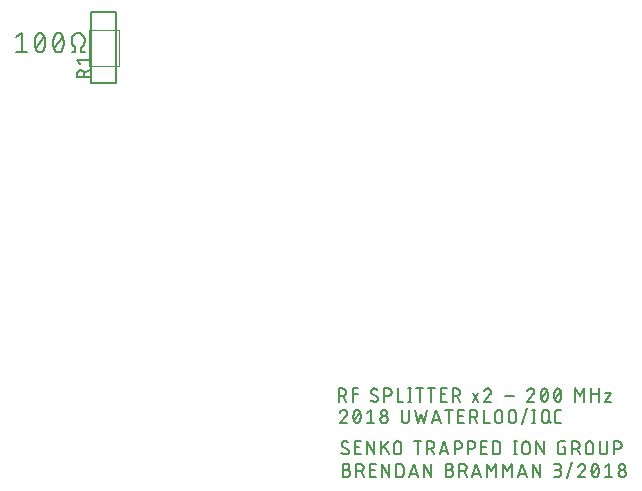
<source format=gbr>
G04 EAGLE Gerber X2 export*
%TF.Part,Single*%
%TF.FileFunction,Legend,Top,1*%
%TF.FilePolarity,Positive*%
%TF.GenerationSoftware,Autodesk,EAGLE,8.7.1*%
%TF.CreationDate,2018-04-02T22:08:27Z*%
G75*
%MOMM*%
%FSLAX34Y34*%
%LPD*%
%AMOC8*
5,1,8,0,0,1.08239X$1,22.5*%
G01*
%ADD10C,0.152400*%
%ADD11C,0.127000*%
%ADD12C,0.000000*%


D10*
X664718Y200406D02*
X664718Y211582D01*
X667822Y211582D01*
X667933Y211580D01*
X668043Y211574D01*
X668154Y211564D01*
X668264Y211550D01*
X668373Y211533D01*
X668482Y211511D01*
X668590Y211486D01*
X668696Y211456D01*
X668802Y211423D01*
X668907Y211386D01*
X669010Y211346D01*
X669111Y211301D01*
X669211Y211254D01*
X669310Y211202D01*
X669406Y211147D01*
X669500Y211089D01*
X669592Y211028D01*
X669682Y210963D01*
X669770Y210895D01*
X669855Y210824D01*
X669937Y210750D01*
X670017Y210673D01*
X670094Y210593D01*
X670168Y210511D01*
X670239Y210426D01*
X670307Y210338D01*
X670372Y210248D01*
X670433Y210156D01*
X670491Y210062D01*
X670546Y209966D01*
X670598Y209867D01*
X670645Y209767D01*
X670690Y209666D01*
X670730Y209563D01*
X670767Y209458D01*
X670800Y209352D01*
X670830Y209246D01*
X670855Y209138D01*
X670877Y209029D01*
X670894Y208920D01*
X670908Y208810D01*
X670918Y208699D01*
X670924Y208589D01*
X670926Y208478D01*
X670924Y208367D01*
X670918Y208257D01*
X670908Y208146D01*
X670894Y208036D01*
X670877Y207927D01*
X670855Y207818D01*
X670830Y207710D01*
X670800Y207604D01*
X670767Y207498D01*
X670730Y207393D01*
X670690Y207290D01*
X670645Y207189D01*
X670598Y207089D01*
X670546Y206990D01*
X670491Y206894D01*
X670433Y206800D01*
X670372Y206708D01*
X670307Y206618D01*
X670239Y206530D01*
X670168Y206445D01*
X670094Y206363D01*
X670017Y206283D01*
X669937Y206206D01*
X669855Y206132D01*
X669770Y206061D01*
X669682Y205993D01*
X669592Y205928D01*
X669500Y205867D01*
X669406Y205809D01*
X669310Y205754D01*
X669211Y205702D01*
X669111Y205655D01*
X669010Y205610D01*
X668907Y205570D01*
X668802Y205533D01*
X668696Y205500D01*
X668590Y205470D01*
X668482Y205445D01*
X668373Y205423D01*
X668264Y205406D01*
X668154Y205392D01*
X668043Y205382D01*
X667933Y205376D01*
X667822Y205374D01*
X667822Y205373D02*
X664718Y205373D01*
X668443Y205373D02*
X670927Y200406D01*
X676465Y200406D02*
X676465Y211582D01*
X681432Y211582D01*
X681432Y206615D02*
X676465Y206615D01*
X695402Y200406D02*
X695499Y200408D01*
X695597Y200414D01*
X695694Y200423D01*
X695791Y200437D01*
X695887Y200454D01*
X695982Y200475D01*
X696076Y200499D01*
X696170Y200528D01*
X696262Y200560D01*
X696353Y200595D01*
X696442Y200634D01*
X696530Y200677D01*
X696616Y200723D01*
X696700Y200772D01*
X696782Y200825D01*
X696862Y200880D01*
X696940Y200939D01*
X697015Y201001D01*
X697088Y201066D01*
X697158Y201134D01*
X697226Y201204D01*
X697291Y201277D01*
X697353Y201352D01*
X697412Y201430D01*
X697467Y201510D01*
X697520Y201592D01*
X697569Y201676D01*
X697615Y201762D01*
X697658Y201850D01*
X697697Y201939D01*
X697732Y202030D01*
X697764Y202122D01*
X697793Y202216D01*
X697817Y202310D01*
X697838Y202405D01*
X697855Y202501D01*
X697869Y202598D01*
X697878Y202695D01*
X697884Y202792D01*
X697886Y202890D01*
X695402Y200406D02*
X695259Y200408D01*
X695116Y200414D01*
X694974Y200423D01*
X694832Y200437D01*
X694690Y200455D01*
X694549Y200476D01*
X694408Y200501D01*
X694268Y200530D01*
X694129Y200563D01*
X693991Y200599D01*
X693854Y200640D01*
X693718Y200684D01*
X693583Y200731D01*
X693450Y200783D01*
X693318Y200838D01*
X693188Y200896D01*
X693059Y200958D01*
X692932Y201024D01*
X692807Y201093D01*
X692684Y201165D01*
X692563Y201241D01*
X692444Y201319D01*
X692327Y201402D01*
X692212Y201487D01*
X692100Y201575D01*
X691990Y201667D01*
X691883Y201761D01*
X691778Y201858D01*
X691676Y201958D01*
X691987Y209098D02*
X691989Y209196D01*
X691995Y209293D01*
X692004Y209390D01*
X692018Y209487D01*
X692035Y209583D01*
X692056Y209678D01*
X692080Y209772D01*
X692109Y209866D01*
X692141Y209958D01*
X692176Y210049D01*
X692215Y210138D01*
X692258Y210226D01*
X692304Y210312D01*
X692353Y210396D01*
X692406Y210478D01*
X692461Y210558D01*
X692520Y210636D01*
X692582Y210711D01*
X692647Y210784D01*
X692715Y210854D01*
X692785Y210922D01*
X692858Y210987D01*
X692933Y211049D01*
X693011Y211108D01*
X693091Y211163D01*
X693173Y211216D01*
X693257Y211265D01*
X693343Y211311D01*
X693431Y211354D01*
X693520Y211393D01*
X693611Y211428D01*
X693703Y211460D01*
X693797Y211489D01*
X693891Y211513D01*
X693986Y211534D01*
X694082Y211551D01*
X694179Y211565D01*
X694276Y211574D01*
X694373Y211580D01*
X694471Y211582D01*
X694601Y211580D01*
X694731Y211575D01*
X694861Y211566D01*
X694991Y211553D01*
X695120Y211537D01*
X695249Y211517D01*
X695377Y211493D01*
X695505Y211466D01*
X695631Y211435D01*
X695757Y211401D01*
X695882Y211363D01*
X696005Y211322D01*
X696128Y211277D01*
X696249Y211229D01*
X696369Y211178D01*
X696487Y211123D01*
X696603Y211065D01*
X696718Y211004D01*
X696832Y210939D01*
X696943Y210872D01*
X697052Y210801D01*
X697160Y210727D01*
X697265Y210651D01*
X693230Y206925D02*
X693147Y206976D01*
X693066Y207030D01*
X692988Y207087D01*
X692912Y207147D01*
X692838Y207210D01*
X692767Y207276D01*
X692698Y207344D01*
X692632Y207415D01*
X692568Y207488D01*
X692508Y207564D01*
X692451Y207642D01*
X692396Y207723D01*
X692345Y207805D01*
X692297Y207889D01*
X692252Y207975D01*
X692210Y208063D01*
X692172Y208152D01*
X692138Y208242D01*
X692106Y208334D01*
X692079Y208427D01*
X692055Y208521D01*
X692034Y208616D01*
X692018Y208712D01*
X692005Y208808D01*
X691995Y208904D01*
X691990Y209001D01*
X691988Y209098D01*
X696643Y205063D02*
X696726Y205012D01*
X696807Y204958D01*
X696885Y204901D01*
X696961Y204841D01*
X697035Y204778D01*
X697106Y204712D01*
X697175Y204644D01*
X697241Y204573D01*
X697305Y204500D01*
X697365Y204424D01*
X697422Y204346D01*
X697477Y204265D01*
X697528Y204183D01*
X697576Y204099D01*
X697621Y204013D01*
X697663Y203925D01*
X697701Y203836D01*
X697735Y203746D01*
X697767Y203654D01*
X697794Y203561D01*
X697818Y203467D01*
X697839Y203372D01*
X697855Y203276D01*
X697868Y203180D01*
X697878Y203084D01*
X697883Y202987D01*
X697885Y202890D01*
X696644Y205063D02*
X693229Y206925D01*
X703319Y211582D02*
X703319Y200406D01*
X703319Y211582D02*
X706423Y211582D01*
X706534Y211580D01*
X706644Y211574D01*
X706755Y211564D01*
X706865Y211550D01*
X706974Y211533D01*
X707083Y211511D01*
X707191Y211486D01*
X707297Y211456D01*
X707403Y211423D01*
X707508Y211386D01*
X707611Y211346D01*
X707712Y211301D01*
X707812Y211254D01*
X707911Y211202D01*
X708007Y211147D01*
X708101Y211089D01*
X708193Y211028D01*
X708283Y210963D01*
X708371Y210895D01*
X708456Y210824D01*
X708538Y210750D01*
X708618Y210673D01*
X708695Y210593D01*
X708769Y210511D01*
X708840Y210426D01*
X708908Y210338D01*
X708973Y210248D01*
X709034Y210156D01*
X709092Y210062D01*
X709147Y209966D01*
X709199Y209867D01*
X709246Y209767D01*
X709291Y209666D01*
X709331Y209563D01*
X709368Y209458D01*
X709401Y209352D01*
X709431Y209246D01*
X709456Y209138D01*
X709478Y209029D01*
X709495Y208920D01*
X709509Y208810D01*
X709519Y208699D01*
X709525Y208589D01*
X709527Y208478D01*
X709525Y208367D01*
X709519Y208257D01*
X709509Y208146D01*
X709495Y208036D01*
X709478Y207927D01*
X709456Y207818D01*
X709431Y207710D01*
X709401Y207604D01*
X709368Y207498D01*
X709331Y207393D01*
X709291Y207290D01*
X709246Y207189D01*
X709199Y207089D01*
X709147Y206990D01*
X709092Y206894D01*
X709034Y206800D01*
X708973Y206708D01*
X708908Y206618D01*
X708840Y206530D01*
X708769Y206445D01*
X708695Y206363D01*
X708618Y206283D01*
X708538Y206206D01*
X708456Y206132D01*
X708371Y206061D01*
X708283Y205993D01*
X708193Y205928D01*
X708101Y205867D01*
X708007Y205809D01*
X707911Y205754D01*
X707812Y205702D01*
X707712Y205655D01*
X707611Y205610D01*
X707508Y205570D01*
X707403Y205533D01*
X707297Y205500D01*
X707191Y205470D01*
X707083Y205445D01*
X706974Y205423D01*
X706865Y205406D01*
X706755Y205392D01*
X706644Y205382D01*
X706534Y205376D01*
X706423Y205374D01*
X706423Y205373D02*
X703319Y205373D01*
X714565Y200406D02*
X714565Y211582D01*
X714565Y200406D02*
X719532Y200406D01*
X724880Y200406D02*
X724880Y211582D01*
X723639Y200406D02*
X726122Y200406D01*
X726122Y211582D02*
X723639Y211582D01*
X733262Y211582D02*
X733262Y200406D01*
X730158Y211582D02*
X736367Y211582D01*
X743168Y211582D02*
X743168Y200406D01*
X740064Y211582D02*
X746273Y211582D01*
X751141Y200406D02*
X756108Y200406D01*
X751141Y200406D02*
X751141Y211582D01*
X756108Y211582D01*
X754866Y206615D02*
X751141Y206615D01*
X761111Y211582D02*
X761111Y200406D01*
X761111Y211582D02*
X764215Y211582D01*
X764326Y211580D01*
X764436Y211574D01*
X764547Y211564D01*
X764657Y211550D01*
X764766Y211533D01*
X764875Y211511D01*
X764983Y211486D01*
X765089Y211456D01*
X765195Y211423D01*
X765300Y211386D01*
X765403Y211346D01*
X765504Y211301D01*
X765604Y211254D01*
X765703Y211202D01*
X765799Y211147D01*
X765893Y211089D01*
X765985Y211028D01*
X766075Y210963D01*
X766163Y210895D01*
X766248Y210824D01*
X766330Y210750D01*
X766410Y210673D01*
X766487Y210593D01*
X766561Y210511D01*
X766632Y210426D01*
X766700Y210338D01*
X766765Y210248D01*
X766826Y210156D01*
X766884Y210062D01*
X766939Y209966D01*
X766991Y209867D01*
X767038Y209767D01*
X767083Y209666D01*
X767123Y209563D01*
X767160Y209458D01*
X767193Y209352D01*
X767223Y209246D01*
X767248Y209138D01*
X767270Y209029D01*
X767287Y208920D01*
X767301Y208810D01*
X767311Y208699D01*
X767317Y208589D01*
X767319Y208478D01*
X767317Y208367D01*
X767311Y208257D01*
X767301Y208146D01*
X767287Y208036D01*
X767270Y207927D01*
X767248Y207818D01*
X767223Y207710D01*
X767193Y207604D01*
X767160Y207498D01*
X767123Y207393D01*
X767083Y207290D01*
X767038Y207189D01*
X766991Y207089D01*
X766939Y206990D01*
X766884Y206894D01*
X766826Y206800D01*
X766765Y206708D01*
X766700Y206618D01*
X766632Y206530D01*
X766561Y206445D01*
X766487Y206363D01*
X766410Y206283D01*
X766330Y206206D01*
X766248Y206132D01*
X766163Y206061D01*
X766075Y205993D01*
X765985Y205928D01*
X765893Y205867D01*
X765799Y205809D01*
X765703Y205754D01*
X765604Y205702D01*
X765504Y205655D01*
X765403Y205610D01*
X765300Y205570D01*
X765195Y205533D01*
X765089Y205500D01*
X764983Y205470D01*
X764875Y205445D01*
X764766Y205423D01*
X764657Y205406D01*
X764547Y205392D01*
X764436Y205382D01*
X764326Y205376D01*
X764215Y205374D01*
X764215Y205373D02*
X761111Y205373D01*
X764836Y205373D02*
X767320Y200406D01*
X778023Y200406D02*
X782990Y207857D01*
X778023Y207857D02*
X782990Y200406D01*
X793898Y208788D02*
X793896Y208892D01*
X793890Y208997D01*
X793880Y209101D01*
X793867Y209204D01*
X793849Y209307D01*
X793828Y209410D01*
X793803Y209511D01*
X793774Y209612D01*
X793741Y209711D01*
X793705Y209809D01*
X793665Y209905D01*
X793621Y210000D01*
X793574Y210094D01*
X793524Y210185D01*
X793470Y210274D01*
X793413Y210362D01*
X793352Y210447D01*
X793288Y210530D01*
X793222Y210610D01*
X793152Y210688D01*
X793080Y210764D01*
X793004Y210836D01*
X792926Y210906D01*
X792846Y210972D01*
X792763Y211036D01*
X792678Y211097D01*
X792590Y211154D01*
X792501Y211208D01*
X792410Y211258D01*
X792316Y211305D01*
X792221Y211349D01*
X792125Y211389D01*
X792027Y211425D01*
X791928Y211458D01*
X791827Y211487D01*
X791726Y211512D01*
X791623Y211533D01*
X791520Y211551D01*
X791417Y211564D01*
X791313Y211574D01*
X791208Y211580D01*
X791104Y211582D01*
X791104Y211583D02*
X790985Y211581D01*
X790867Y211575D01*
X790748Y211565D01*
X790630Y211552D01*
X790513Y211534D01*
X790396Y211512D01*
X790280Y211487D01*
X790165Y211458D01*
X790050Y211425D01*
X789937Y211388D01*
X789826Y211348D01*
X789715Y211304D01*
X789607Y211256D01*
X789500Y211205D01*
X789394Y211150D01*
X789291Y211091D01*
X789189Y211030D01*
X789090Y210965D01*
X788992Y210896D01*
X788898Y210825D01*
X788805Y210750D01*
X788715Y210673D01*
X788628Y210592D01*
X788543Y210509D01*
X788461Y210423D01*
X788382Y210334D01*
X788306Y210243D01*
X788233Y210149D01*
X788164Y210053D01*
X788097Y209954D01*
X788034Y209854D01*
X787974Y209751D01*
X787917Y209647D01*
X787865Y209540D01*
X787815Y209432D01*
X787769Y209323D01*
X787727Y209211D01*
X787689Y209099D01*
X792967Y206615D02*
X793042Y206689D01*
X793114Y206766D01*
X793184Y206845D01*
X793251Y206927D01*
X793315Y207011D01*
X793376Y207097D01*
X793434Y207185D01*
X793489Y207276D01*
X793541Y207368D01*
X793589Y207462D01*
X793634Y207557D01*
X793676Y207655D01*
X793714Y207753D01*
X793749Y207853D01*
X793780Y207954D01*
X793807Y208056D01*
X793831Y208159D01*
X793852Y208262D01*
X793868Y208367D01*
X793881Y208472D01*
X793891Y208577D01*
X793896Y208682D01*
X793898Y208788D01*
X792966Y206615D02*
X787689Y200406D01*
X793898Y200406D01*
X805356Y204752D02*
X812806Y204752D01*
X827679Y211582D02*
X827783Y211580D01*
X827888Y211574D01*
X827992Y211564D01*
X828095Y211551D01*
X828198Y211533D01*
X828301Y211512D01*
X828402Y211487D01*
X828503Y211458D01*
X828602Y211425D01*
X828700Y211389D01*
X828796Y211349D01*
X828891Y211305D01*
X828985Y211258D01*
X829076Y211208D01*
X829165Y211154D01*
X829253Y211097D01*
X829338Y211036D01*
X829421Y210972D01*
X829501Y210906D01*
X829579Y210836D01*
X829655Y210764D01*
X829727Y210688D01*
X829797Y210610D01*
X829863Y210530D01*
X829927Y210447D01*
X829988Y210362D01*
X830045Y210274D01*
X830099Y210185D01*
X830149Y210094D01*
X830196Y210000D01*
X830240Y209905D01*
X830280Y209809D01*
X830316Y209711D01*
X830349Y209612D01*
X830378Y209511D01*
X830403Y209410D01*
X830424Y209307D01*
X830442Y209204D01*
X830455Y209101D01*
X830465Y208997D01*
X830471Y208892D01*
X830473Y208788D01*
X827679Y211583D02*
X827560Y211581D01*
X827442Y211575D01*
X827323Y211565D01*
X827205Y211552D01*
X827088Y211534D01*
X826971Y211512D01*
X826855Y211487D01*
X826740Y211458D01*
X826625Y211425D01*
X826512Y211388D01*
X826401Y211348D01*
X826290Y211304D01*
X826182Y211256D01*
X826075Y211205D01*
X825969Y211150D01*
X825866Y211091D01*
X825764Y211030D01*
X825665Y210965D01*
X825567Y210896D01*
X825473Y210825D01*
X825380Y210750D01*
X825290Y210673D01*
X825203Y210592D01*
X825118Y210509D01*
X825036Y210423D01*
X824957Y210334D01*
X824881Y210243D01*
X824808Y210149D01*
X824739Y210053D01*
X824672Y209954D01*
X824609Y209854D01*
X824549Y209751D01*
X824492Y209647D01*
X824440Y209540D01*
X824390Y209432D01*
X824344Y209323D01*
X824302Y209211D01*
X824264Y209099D01*
X829542Y206615D02*
X829617Y206689D01*
X829689Y206766D01*
X829759Y206845D01*
X829826Y206927D01*
X829890Y207011D01*
X829951Y207097D01*
X830009Y207185D01*
X830064Y207276D01*
X830116Y207368D01*
X830164Y207462D01*
X830209Y207557D01*
X830251Y207655D01*
X830289Y207753D01*
X830324Y207853D01*
X830355Y207954D01*
X830382Y208056D01*
X830406Y208159D01*
X830427Y208262D01*
X830443Y208367D01*
X830456Y208472D01*
X830466Y208577D01*
X830471Y208682D01*
X830473Y208788D01*
X829542Y206615D02*
X824265Y200406D01*
X830473Y200406D01*
X835695Y205994D02*
X835698Y206214D01*
X835705Y206434D01*
X835719Y206653D01*
X835737Y206872D01*
X835761Y207091D01*
X835789Y207309D01*
X835823Y207526D01*
X835862Y207742D01*
X835907Y207958D01*
X835956Y208172D01*
X836011Y208385D01*
X836070Y208597D01*
X836135Y208807D01*
X836205Y209015D01*
X836279Y209222D01*
X836359Y209427D01*
X836443Y209630D01*
X836532Y209831D01*
X836626Y210030D01*
X836659Y210119D01*
X836695Y210207D01*
X836735Y210293D01*
X836778Y210378D01*
X836825Y210460D01*
X836876Y210541D01*
X836929Y210619D01*
X836986Y210695D01*
X837046Y210769D01*
X837109Y210840D01*
X837174Y210909D01*
X837243Y210975D01*
X837314Y211037D01*
X837388Y211097D01*
X837464Y211154D01*
X837542Y211208D01*
X837623Y211258D01*
X837705Y211305D01*
X837790Y211348D01*
X837876Y211388D01*
X837964Y211425D01*
X838053Y211457D01*
X838143Y211486D01*
X838235Y211512D01*
X838327Y211533D01*
X838421Y211551D01*
X838515Y211564D01*
X838609Y211574D01*
X838704Y211580D01*
X838799Y211582D01*
X838894Y211580D01*
X838989Y211574D01*
X839083Y211564D01*
X839177Y211551D01*
X839271Y211533D01*
X839363Y211512D01*
X839455Y211486D01*
X839545Y211457D01*
X839634Y211425D01*
X839722Y211388D01*
X839808Y211348D01*
X839893Y211305D01*
X839975Y211258D01*
X840056Y211208D01*
X840134Y211154D01*
X840210Y211097D01*
X840284Y211037D01*
X840355Y210975D01*
X840424Y210909D01*
X840489Y210840D01*
X840552Y210769D01*
X840612Y210695D01*
X840669Y210619D01*
X840722Y210541D01*
X840773Y210460D01*
X840820Y210377D01*
X840863Y210293D01*
X840903Y210207D01*
X840939Y210119D01*
X840972Y210030D01*
X840973Y210030D02*
X841067Y209831D01*
X841156Y209630D01*
X841240Y209427D01*
X841320Y209222D01*
X841394Y209015D01*
X841464Y208807D01*
X841529Y208597D01*
X841588Y208385D01*
X841643Y208172D01*
X841692Y207958D01*
X841737Y207742D01*
X841776Y207526D01*
X841810Y207309D01*
X841838Y207091D01*
X841862Y206872D01*
X841880Y206653D01*
X841894Y206434D01*
X841901Y206214D01*
X841904Y205994D01*
X835695Y205994D02*
X835698Y205774D01*
X835705Y205554D01*
X835719Y205335D01*
X835737Y205116D01*
X835761Y204897D01*
X835789Y204679D01*
X835823Y204462D01*
X835862Y204246D01*
X835907Y204030D01*
X835956Y203816D01*
X836011Y203603D01*
X836070Y203392D01*
X836135Y203181D01*
X836205Y202973D01*
X836279Y202766D01*
X836359Y202561D01*
X836443Y202358D01*
X836532Y202157D01*
X836626Y201958D01*
X836659Y201869D01*
X836695Y201781D01*
X836735Y201695D01*
X836778Y201610D01*
X836825Y201528D01*
X836876Y201447D01*
X836929Y201369D01*
X836986Y201293D01*
X837046Y201219D01*
X837109Y201148D01*
X837174Y201079D01*
X837243Y201013D01*
X837314Y200951D01*
X837388Y200891D01*
X837464Y200834D01*
X837542Y200780D01*
X837623Y200730D01*
X837705Y200683D01*
X837790Y200640D01*
X837876Y200600D01*
X837964Y200563D01*
X838053Y200531D01*
X838143Y200502D01*
X838235Y200476D01*
X838327Y200455D01*
X838421Y200437D01*
X838515Y200424D01*
X838609Y200414D01*
X838704Y200408D01*
X838799Y200406D01*
X840973Y201958D02*
X841067Y202157D01*
X841156Y202358D01*
X841240Y202561D01*
X841320Y202766D01*
X841394Y202973D01*
X841464Y203181D01*
X841529Y203391D01*
X841588Y203603D01*
X841643Y203816D01*
X841692Y204030D01*
X841737Y204246D01*
X841776Y204462D01*
X841810Y204679D01*
X841838Y204897D01*
X841862Y205116D01*
X841880Y205335D01*
X841894Y205554D01*
X841901Y205774D01*
X841904Y205994D01*
X840972Y201958D02*
X840939Y201869D01*
X840903Y201781D01*
X840863Y201695D01*
X840820Y201610D01*
X840773Y201528D01*
X840722Y201447D01*
X840669Y201369D01*
X840612Y201293D01*
X840552Y201219D01*
X840489Y201148D01*
X840424Y201079D01*
X840355Y201013D01*
X840284Y200951D01*
X840210Y200891D01*
X840134Y200834D01*
X840056Y200780D01*
X839975Y200730D01*
X839893Y200683D01*
X839808Y200640D01*
X839722Y200600D01*
X839634Y200563D01*
X839545Y200531D01*
X839455Y200502D01*
X839363Y200476D01*
X839271Y200455D01*
X839177Y200437D01*
X839083Y200424D01*
X838989Y200414D01*
X838894Y200408D01*
X838799Y200406D01*
X836315Y202890D02*
X841283Y209098D01*
X847125Y205994D02*
X847128Y206214D01*
X847135Y206434D01*
X847149Y206653D01*
X847167Y206872D01*
X847191Y207091D01*
X847219Y207309D01*
X847253Y207526D01*
X847292Y207742D01*
X847337Y207958D01*
X847386Y208172D01*
X847441Y208385D01*
X847500Y208597D01*
X847565Y208807D01*
X847635Y209015D01*
X847709Y209222D01*
X847789Y209427D01*
X847873Y209630D01*
X847962Y209831D01*
X848056Y210030D01*
X848089Y210119D01*
X848125Y210207D01*
X848165Y210293D01*
X848208Y210378D01*
X848255Y210460D01*
X848306Y210541D01*
X848359Y210619D01*
X848416Y210695D01*
X848476Y210769D01*
X848539Y210840D01*
X848604Y210909D01*
X848673Y210975D01*
X848744Y211037D01*
X848818Y211097D01*
X848894Y211154D01*
X848972Y211208D01*
X849053Y211258D01*
X849135Y211305D01*
X849220Y211348D01*
X849306Y211388D01*
X849394Y211425D01*
X849483Y211457D01*
X849573Y211486D01*
X849665Y211512D01*
X849757Y211533D01*
X849851Y211551D01*
X849945Y211564D01*
X850039Y211574D01*
X850134Y211580D01*
X850229Y211582D01*
X850324Y211580D01*
X850419Y211574D01*
X850513Y211564D01*
X850607Y211551D01*
X850701Y211533D01*
X850793Y211512D01*
X850885Y211486D01*
X850975Y211457D01*
X851064Y211425D01*
X851152Y211388D01*
X851238Y211348D01*
X851323Y211305D01*
X851405Y211258D01*
X851486Y211208D01*
X851564Y211154D01*
X851640Y211097D01*
X851714Y211037D01*
X851785Y210975D01*
X851854Y210909D01*
X851919Y210840D01*
X851982Y210769D01*
X852042Y210695D01*
X852099Y210619D01*
X852152Y210541D01*
X852203Y210460D01*
X852250Y210377D01*
X852293Y210293D01*
X852333Y210207D01*
X852369Y210119D01*
X852402Y210030D01*
X852403Y210030D02*
X852497Y209831D01*
X852586Y209630D01*
X852670Y209427D01*
X852750Y209222D01*
X852824Y209015D01*
X852894Y208807D01*
X852959Y208597D01*
X853018Y208385D01*
X853073Y208172D01*
X853122Y207958D01*
X853167Y207742D01*
X853206Y207526D01*
X853240Y207309D01*
X853268Y207091D01*
X853292Y206872D01*
X853310Y206653D01*
X853324Y206434D01*
X853331Y206214D01*
X853334Y205994D01*
X847125Y205994D02*
X847128Y205774D01*
X847135Y205554D01*
X847149Y205335D01*
X847167Y205116D01*
X847191Y204897D01*
X847219Y204679D01*
X847253Y204462D01*
X847292Y204246D01*
X847337Y204030D01*
X847386Y203816D01*
X847441Y203603D01*
X847500Y203392D01*
X847565Y203181D01*
X847635Y202973D01*
X847709Y202766D01*
X847789Y202561D01*
X847873Y202358D01*
X847962Y202157D01*
X848056Y201958D01*
X848089Y201869D01*
X848125Y201781D01*
X848165Y201695D01*
X848208Y201610D01*
X848255Y201528D01*
X848306Y201447D01*
X848359Y201369D01*
X848416Y201293D01*
X848476Y201219D01*
X848539Y201148D01*
X848604Y201079D01*
X848673Y201013D01*
X848744Y200951D01*
X848818Y200891D01*
X848894Y200834D01*
X848972Y200780D01*
X849053Y200730D01*
X849135Y200683D01*
X849220Y200640D01*
X849306Y200600D01*
X849394Y200563D01*
X849483Y200531D01*
X849573Y200502D01*
X849665Y200476D01*
X849757Y200455D01*
X849851Y200437D01*
X849945Y200424D01*
X850039Y200414D01*
X850134Y200408D01*
X850229Y200406D01*
X852403Y201958D02*
X852497Y202157D01*
X852586Y202358D01*
X852670Y202561D01*
X852750Y202766D01*
X852824Y202973D01*
X852894Y203181D01*
X852959Y203391D01*
X853018Y203603D01*
X853073Y203816D01*
X853122Y204030D01*
X853167Y204246D01*
X853206Y204462D01*
X853240Y204679D01*
X853268Y204897D01*
X853292Y205116D01*
X853310Y205335D01*
X853324Y205554D01*
X853331Y205774D01*
X853334Y205994D01*
X852402Y201958D02*
X852369Y201869D01*
X852333Y201781D01*
X852293Y201695D01*
X852250Y201610D01*
X852203Y201528D01*
X852152Y201447D01*
X852099Y201369D01*
X852042Y201293D01*
X851982Y201219D01*
X851919Y201148D01*
X851854Y201079D01*
X851785Y201013D01*
X851714Y200951D01*
X851640Y200891D01*
X851564Y200834D01*
X851486Y200780D01*
X851405Y200730D01*
X851323Y200683D01*
X851238Y200640D01*
X851152Y200600D01*
X851064Y200563D01*
X850975Y200531D01*
X850885Y200502D01*
X850793Y200476D01*
X850701Y200455D01*
X850607Y200437D01*
X850513Y200424D01*
X850419Y200414D01*
X850324Y200408D01*
X850229Y200406D01*
X847745Y202890D02*
X852713Y209098D01*
X865173Y211582D02*
X865173Y200406D01*
X868898Y205373D02*
X865173Y211582D01*
X868898Y205373D02*
X872623Y211582D01*
X872623Y200406D01*
X878748Y200406D02*
X878748Y211582D01*
X878748Y206615D02*
X884956Y206615D01*
X884956Y211582D02*
X884956Y200406D01*
X890036Y207857D02*
X895004Y207857D01*
X890036Y200406D01*
X895004Y200406D01*
X671943Y190754D02*
X671941Y190858D01*
X671935Y190963D01*
X671925Y191067D01*
X671912Y191170D01*
X671894Y191273D01*
X671873Y191376D01*
X671848Y191477D01*
X671819Y191578D01*
X671786Y191677D01*
X671750Y191775D01*
X671710Y191871D01*
X671666Y191966D01*
X671619Y192060D01*
X671569Y192151D01*
X671515Y192240D01*
X671458Y192328D01*
X671397Y192413D01*
X671333Y192496D01*
X671267Y192576D01*
X671197Y192654D01*
X671125Y192730D01*
X671049Y192802D01*
X670971Y192872D01*
X670891Y192938D01*
X670808Y193002D01*
X670723Y193063D01*
X670635Y193120D01*
X670546Y193174D01*
X670455Y193224D01*
X670361Y193271D01*
X670266Y193315D01*
X670170Y193355D01*
X670072Y193391D01*
X669973Y193424D01*
X669872Y193453D01*
X669771Y193478D01*
X669668Y193499D01*
X669565Y193517D01*
X669462Y193530D01*
X669358Y193540D01*
X669253Y193546D01*
X669149Y193548D01*
X669149Y193549D02*
X669030Y193547D01*
X668912Y193541D01*
X668793Y193531D01*
X668675Y193518D01*
X668558Y193500D01*
X668441Y193478D01*
X668325Y193453D01*
X668210Y193424D01*
X668095Y193391D01*
X667982Y193354D01*
X667871Y193314D01*
X667760Y193270D01*
X667652Y193222D01*
X667545Y193171D01*
X667439Y193116D01*
X667336Y193057D01*
X667234Y192996D01*
X667135Y192931D01*
X667037Y192862D01*
X666943Y192791D01*
X666850Y192716D01*
X666760Y192639D01*
X666673Y192558D01*
X666588Y192475D01*
X666506Y192389D01*
X666427Y192300D01*
X666351Y192209D01*
X666278Y192115D01*
X666209Y192019D01*
X666142Y191920D01*
X666079Y191820D01*
X666019Y191717D01*
X665962Y191613D01*
X665910Y191506D01*
X665860Y191398D01*
X665814Y191289D01*
X665772Y191177D01*
X665734Y191065D01*
X671012Y188581D02*
X671087Y188655D01*
X671159Y188732D01*
X671229Y188811D01*
X671296Y188893D01*
X671360Y188977D01*
X671421Y189063D01*
X671479Y189151D01*
X671534Y189242D01*
X671586Y189334D01*
X671634Y189428D01*
X671679Y189523D01*
X671721Y189621D01*
X671759Y189719D01*
X671794Y189819D01*
X671825Y189920D01*
X671852Y190022D01*
X671876Y190125D01*
X671897Y190228D01*
X671913Y190333D01*
X671926Y190438D01*
X671936Y190543D01*
X671941Y190648D01*
X671943Y190754D01*
X671012Y188581D02*
X665734Y182372D01*
X671943Y182372D01*
X677164Y187960D02*
X677167Y188180D01*
X677174Y188400D01*
X677188Y188619D01*
X677206Y188838D01*
X677230Y189057D01*
X677258Y189275D01*
X677292Y189492D01*
X677331Y189708D01*
X677376Y189924D01*
X677425Y190138D01*
X677480Y190351D01*
X677539Y190563D01*
X677604Y190773D01*
X677674Y190981D01*
X677748Y191188D01*
X677828Y191393D01*
X677912Y191596D01*
X678001Y191797D01*
X678095Y191996D01*
X678128Y192085D01*
X678164Y192173D01*
X678204Y192259D01*
X678247Y192344D01*
X678294Y192426D01*
X678345Y192507D01*
X678398Y192585D01*
X678455Y192661D01*
X678515Y192735D01*
X678578Y192806D01*
X678643Y192875D01*
X678712Y192941D01*
X678783Y193003D01*
X678857Y193063D01*
X678933Y193120D01*
X679011Y193174D01*
X679092Y193224D01*
X679174Y193271D01*
X679259Y193314D01*
X679345Y193354D01*
X679433Y193391D01*
X679522Y193423D01*
X679612Y193452D01*
X679704Y193478D01*
X679796Y193499D01*
X679890Y193517D01*
X679984Y193530D01*
X680078Y193540D01*
X680173Y193546D01*
X680268Y193548D01*
X680363Y193546D01*
X680458Y193540D01*
X680552Y193530D01*
X680646Y193517D01*
X680740Y193499D01*
X680832Y193478D01*
X680924Y193452D01*
X681014Y193423D01*
X681103Y193391D01*
X681191Y193354D01*
X681277Y193314D01*
X681362Y193271D01*
X681444Y193224D01*
X681525Y193174D01*
X681603Y193120D01*
X681679Y193063D01*
X681753Y193003D01*
X681824Y192941D01*
X681893Y192875D01*
X681958Y192806D01*
X682021Y192735D01*
X682081Y192661D01*
X682138Y192585D01*
X682191Y192507D01*
X682242Y192426D01*
X682289Y192343D01*
X682332Y192259D01*
X682372Y192173D01*
X682408Y192085D01*
X682441Y191996D01*
X682442Y191996D02*
X682536Y191797D01*
X682625Y191596D01*
X682709Y191393D01*
X682789Y191188D01*
X682863Y190981D01*
X682933Y190773D01*
X682998Y190563D01*
X683057Y190351D01*
X683112Y190138D01*
X683161Y189924D01*
X683206Y189708D01*
X683245Y189492D01*
X683279Y189275D01*
X683307Y189057D01*
X683331Y188838D01*
X683349Y188619D01*
X683363Y188400D01*
X683370Y188180D01*
X683373Y187960D01*
X677164Y187960D02*
X677167Y187740D01*
X677174Y187520D01*
X677188Y187301D01*
X677206Y187082D01*
X677230Y186863D01*
X677258Y186645D01*
X677292Y186428D01*
X677331Y186212D01*
X677376Y185996D01*
X677425Y185782D01*
X677480Y185569D01*
X677539Y185358D01*
X677604Y185147D01*
X677674Y184939D01*
X677748Y184732D01*
X677828Y184527D01*
X677912Y184324D01*
X678001Y184123D01*
X678095Y183924D01*
X678128Y183835D01*
X678164Y183747D01*
X678204Y183661D01*
X678247Y183576D01*
X678294Y183494D01*
X678345Y183413D01*
X678398Y183335D01*
X678455Y183259D01*
X678515Y183185D01*
X678578Y183114D01*
X678643Y183045D01*
X678712Y182979D01*
X678783Y182917D01*
X678857Y182857D01*
X678933Y182800D01*
X679011Y182746D01*
X679092Y182696D01*
X679174Y182649D01*
X679259Y182606D01*
X679345Y182566D01*
X679433Y182529D01*
X679522Y182497D01*
X679612Y182468D01*
X679704Y182442D01*
X679796Y182421D01*
X679890Y182403D01*
X679984Y182390D01*
X680078Y182380D01*
X680173Y182374D01*
X680268Y182372D01*
X682442Y183924D02*
X682536Y184123D01*
X682625Y184324D01*
X682709Y184527D01*
X682789Y184732D01*
X682863Y184939D01*
X682933Y185147D01*
X682998Y185357D01*
X683057Y185569D01*
X683112Y185782D01*
X683161Y185996D01*
X683206Y186212D01*
X683245Y186428D01*
X683279Y186645D01*
X683307Y186863D01*
X683331Y187082D01*
X683349Y187301D01*
X683363Y187520D01*
X683370Y187740D01*
X683373Y187960D01*
X682441Y183924D02*
X682408Y183835D01*
X682372Y183747D01*
X682332Y183661D01*
X682289Y183576D01*
X682242Y183494D01*
X682191Y183413D01*
X682138Y183335D01*
X682081Y183259D01*
X682021Y183185D01*
X681958Y183114D01*
X681893Y183045D01*
X681824Y182979D01*
X681753Y182917D01*
X681679Y182857D01*
X681603Y182800D01*
X681525Y182746D01*
X681444Y182696D01*
X681362Y182649D01*
X681277Y182606D01*
X681191Y182566D01*
X681103Y182529D01*
X681014Y182497D01*
X680924Y182468D01*
X680832Y182442D01*
X680740Y182421D01*
X680646Y182403D01*
X680552Y182390D01*
X680458Y182380D01*
X680363Y182374D01*
X680268Y182372D01*
X677785Y184856D02*
X682752Y191064D01*
X688594Y191064D02*
X691698Y193548D01*
X691698Y182372D01*
X688594Y182372D02*
X694803Y182372D01*
X700024Y185476D02*
X700026Y185587D01*
X700032Y185697D01*
X700042Y185808D01*
X700056Y185918D01*
X700073Y186027D01*
X700095Y186136D01*
X700120Y186244D01*
X700150Y186350D01*
X700183Y186456D01*
X700220Y186561D01*
X700260Y186664D01*
X700305Y186765D01*
X700352Y186865D01*
X700404Y186964D01*
X700459Y187060D01*
X700517Y187154D01*
X700578Y187246D01*
X700643Y187336D01*
X700711Y187424D01*
X700782Y187509D01*
X700856Y187591D01*
X700933Y187671D01*
X701013Y187748D01*
X701095Y187822D01*
X701180Y187893D01*
X701268Y187961D01*
X701358Y188026D01*
X701450Y188087D01*
X701544Y188145D01*
X701640Y188200D01*
X701739Y188252D01*
X701839Y188299D01*
X701940Y188344D01*
X702043Y188384D01*
X702148Y188421D01*
X702254Y188454D01*
X702360Y188484D01*
X702468Y188509D01*
X702577Y188531D01*
X702686Y188548D01*
X702796Y188562D01*
X702907Y188572D01*
X703017Y188578D01*
X703128Y188580D01*
X703239Y188578D01*
X703349Y188572D01*
X703460Y188562D01*
X703570Y188548D01*
X703679Y188531D01*
X703788Y188509D01*
X703896Y188484D01*
X704002Y188454D01*
X704108Y188421D01*
X704213Y188384D01*
X704316Y188344D01*
X704417Y188299D01*
X704517Y188252D01*
X704616Y188200D01*
X704712Y188145D01*
X704806Y188087D01*
X704898Y188026D01*
X704988Y187961D01*
X705076Y187893D01*
X705161Y187822D01*
X705243Y187748D01*
X705323Y187671D01*
X705400Y187591D01*
X705474Y187509D01*
X705545Y187424D01*
X705613Y187336D01*
X705678Y187246D01*
X705739Y187154D01*
X705797Y187060D01*
X705852Y186964D01*
X705904Y186865D01*
X705951Y186765D01*
X705996Y186664D01*
X706036Y186561D01*
X706073Y186456D01*
X706106Y186350D01*
X706136Y186244D01*
X706161Y186136D01*
X706183Y186027D01*
X706200Y185918D01*
X706214Y185808D01*
X706224Y185697D01*
X706230Y185587D01*
X706232Y185476D01*
X706230Y185365D01*
X706224Y185255D01*
X706214Y185144D01*
X706200Y185034D01*
X706183Y184925D01*
X706161Y184816D01*
X706136Y184708D01*
X706106Y184602D01*
X706073Y184496D01*
X706036Y184391D01*
X705996Y184288D01*
X705951Y184187D01*
X705904Y184087D01*
X705852Y183988D01*
X705797Y183892D01*
X705739Y183798D01*
X705678Y183706D01*
X705613Y183616D01*
X705545Y183528D01*
X705474Y183443D01*
X705400Y183361D01*
X705323Y183281D01*
X705243Y183204D01*
X705161Y183130D01*
X705076Y183059D01*
X704988Y182991D01*
X704898Y182926D01*
X704806Y182865D01*
X704712Y182807D01*
X704616Y182752D01*
X704517Y182700D01*
X704417Y182653D01*
X704316Y182608D01*
X704213Y182568D01*
X704108Y182531D01*
X704002Y182498D01*
X703896Y182468D01*
X703788Y182443D01*
X703679Y182421D01*
X703570Y182404D01*
X703460Y182390D01*
X703349Y182380D01*
X703239Y182374D01*
X703128Y182372D01*
X703017Y182374D01*
X702907Y182380D01*
X702796Y182390D01*
X702686Y182404D01*
X702577Y182421D01*
X702468Y182443D01*
X702360Y182468D01*
X702254Y182498D01*
X702148Y182531D01*
X702043Y182568D01*
X701940Y182608D01*
X701839Y182653D01*
X701739Y182700D01*
X701640Y182752D01*
X701544Y182807D01*
X701450Y182865D01*
X701358Y182926D01*
X701268Y182991D01*
X701180Y183059D01*
X701095Y183130D01*
X701013Y183204D01*
X700933Y183281D01*
X700856Y183361D01*
X700782Y183443D01*
X700711Y183528D01*
X700643Y183616D01*
X700578Y183706D01*
X700517Y183798D01*
X700459Y183892D01*
X700404Y183988D01*
X700352Y184087D01*
X700305Y184187D01*
X700260Y184288D01*
X700220Y184391D01*
X700183Y184496D01*
X700150Y184602D01*
X700120Y184708D01*
X700095Y184816D01*
X700073Y184925D01*
X700056Y185034D01*
X700042Y185144D01*
X700032Y185255D01*
X700026Y185365D01*
X700024Y185476D01*
X700644Y191064D02*
X700646Y191163D01*
X700652Y191261D01*
X700662Y191360D01*
X700675Y191457D01*
X700693Y191555D01*
X700714Y191651D01*
X700740Y191747D01*
X700769Y191841D01*
X700801Y191934D01*
X700838Y192026D01*
X700878Y192116D01*
X700922Y192205D01*
X700969Y192292D01*
X701019Y192377D01*
X701073Y192459D01*
X701130Y192540D01*
X701190Y192618D01*
X701254Y192694D01*
X701320Y192767D01*
X701389Y192838D01*
X701461Y192906D01*
X701536Y192970D01*
X701613Y193032D01*
X701692Y193091D01*
X701774Y193146D01*
X701858Y193199D01*
X701943Y193247D01*
X702031Y193293D01*
X702121Y193335D01*
X702212Y193373D01*
X702304Y193407D01*
X702398Y193438D01*
X702493Y193465D01*
X702589Y193489D01*
X702686Y193508D01*
X702783Y193524D01*
X702881Y193536D01*
X702980Y193544D01*
X703079Y193548D01*
X703177Y193548D01*
X703276Y193544D01*
X703375Y193536D01*
X703473Y193524D01*
X703570Y193508D01*
X703667Y193489D01*
X703763Y193465D01*
X703858Y193438D01*
X703952Y193407D01*
X704044Y193373D01*
X704135Y193335D01*
X704225Y193293D01*
X704313Y193247D01*
X704398Y193199D01*
X704482Y193146D01*
X704564Y193091D01*
X704643Y193032D01*
X704720Y192970D01*
X704795Y192906D01*
X704867Y192838D01*
X704936Y192767D01*
X705002Y192694D01*
X705066Y192618D01*
X705126Y192540D01*
X705183Y192459D01*
X705237Y192377D01*
X705287Y192292D01*
X705334Y192205D01*
X705378Y192116D01*
X705418Y192026D01*
X705455Y191934D01*
X705487Y191841D01*
X705516Y191747D01*
X705542Y191651D01*
X705563Y191555D01*
X705581Y191457D01*
X705594Y191360D01*
X705604Y191261D01*
X705610Y191163D01*
X705612Y191064D01*
X705610Y190965D01*
X705604Y190867D01*
X705594Y190768D01*
X705581Y190671D01*
X705563Y190573D01*
X705542Y190477D01*
X705516Y190381D01*
X705487Y190287D01*
X705455Y190194D01*
X705418Y190102D01*
X705378Y190012D01*
X705334Y189923D01*
X705287Y189836D01*
X705237Y189751D01*
X705183Y189669D01*
X705126Y189588D01*
X705066Y189510D01*
X705002Y189434D01*
X704936Y189361D01*
X704867Y189290D01*
X704795Y189222D01*
X704720Y189158D01*
X704643Y189096D01*
X704564Y189037D01*
X704482Y188982D01*
X704398Y188929D01*
X704313Y188881D01*
X704225Y188835D01*
X704135Y188793D01*
X704044Y188755D01*
X703952Y188721D01*
X703858Y188690D01*
X703763Y188663D01*
X703667Y188639D01*
X703570Y188620D01*
X703473Y188604D01*
X703375Y188592D01*
X703276Y188584D01*
X703177Y188580D01*
X703079Y188580D01*
X702980Y188584D01*
X702881Y188592D01*
X702783Y188604D01*
X702686Y188620D01*
X702589Y188639D01*
X702493Y188663D01*
X702398Y188690D01*
X702304Y188721D01*
X702212Y188755D01*
X702121Y188793D01*
X702031Y188835D01*
X701943Y188881D01*
X701858Y188929D01*
X701774Y188982D01*
X701692Y189037D01*
X701613Y189096D01*
X701536Y189158D01*
X701461Y189222D01*
X701389Y189290D01*
X701320Y189361D01*
X701254Y189434D01*
X701190Y189510D01*
X701130Y189588D01*
X701073Y189669D01*
X701019Y189751D01*
X700969Y189836D01*
X700922Y189923D01*
X700878Y190012D01*
X700838Y190102D01*
X700801Y190194D01*
X700769Y190287D01*
X700740Y190381D01*
X700714Y190477D01*
X700693Y190573D01*
X700675Y190671D01*
X700662Y190768D01*
X700652Y190867D01*
X700646Y190965D01*
X700644Y191064D01*
X717931Y193548D02*
X717931Y185476D01*
X717933Y185365D01*
X717939Y185255D01*
X717949Y185144D01*
X717963Y185034D01*
X717980Y184925D01*
X718002Y184816D01*
X718027Y184708D01*
X718057Y184602D01*
X718090Y184496D01*
X718127Y184391D01*
X718167Y184288D01*
X718212Y184187D01*
X718259Y184087D01*
X718311Y183988D01*
X718366Y183892D01*
X718424Y183798D01*
X718485Y183706D01*
X718550Y183616D01*
X718618Y183528D01*
X718689Y183443D01*
X718763Y183361D01*
X718840Y183281D01*
X718920Y183204D01*
X719002Y183130D01*
X719087Y183059D01*
X719175Y182991D01*
X719265Y182926D01*
X719357Y182865D01*
X719451Y182807D01*
X719547Y182752D01*
X719646Y182700D01*
X719746Y182653D01*
X719847Y182608D01*
X719950Y182568D01*
X720055Y182531D01*
X720161Y182498D01*
X720267Y182468D01*
X720375Y182443D01*
X720484Y182421D01*
X720593Y182404D01*
X720703Y182390D01*
X720814Y182380D01*
X720924Y182374D01*
X721035Y182372D01*
X721146Y182374D01*
X721256Y182380D01*
X721367Y182390D01*
X721477Y182404D01*
X721586Y182421D01*
X721695Y182443D01*
X721803Y182468D01*
X721909Y182498D01*
X722015Y182531D01*
X722120Y182568D01*
X722223Y182608D01*
X722324Y182653D01*
X722424Y182700D01*
X722523Y182752D01*
X722619Y182807D01*
X722713Y182865D01*
X722805Y182926D01*
X722895Y182991D01*
X722983Y183059D01*
X723068Y183130D01*
X723150Y183204D01*
X723230Y183281D01*
X723307Y183361D01*
X723381Y183443D01*
X723452Y183528D01*
X723520Y183616D01*
X723585Y183706D01*
X723646Y183798D01*
X723704Y183892D01*
X723759Y183988D01*
X723811Y184087D01*
X723858Y184187D01*
X723903Y184288D01*
X723943Y184391D01*
X723980Y184496D01*
X724013Y184602D01*
X724043Y184708D01*
X724068Y184816D01*
X724090Y184925D01*
X724107Y185034D01*
X724121Y185144D01*
X724131Y185255D01*
X724137Y185365D01*
X724139Y185476D01*
X724140Y185476D02*
X724140Y193548D01*
X729403Y193548D02*
X731887Y182372D01*
X734370Y189823D01*
X736854Y182372D01*
X739338Y193548D01*
X747324Y193548D02*
X743599Y182372D01*
X751050Y182372D02*
X747324Y193548D01*
X750118Y185166D02*
X744530Y185166D01*
X757992Y182372D02*
X757992Y193548D01*
X754888Y193548D02*
X761097Y193548D01*
X765965Y182372D02*
X770932Y182372D01*
X765965Y182372D02*
X765965Y193548D01*
X770932Y193548D01*
X769690Y188581D02*
X765965Y188581D01*
X775935Y193548D02*
X775935Y182372D01*
X775935Y193548D02*
X779039Y193548D01*
X779150Y193546D01*
X779260Y193540D01*
X779371Y193530D01*
X779481Y193516D01*
X779590Y193499D01*
X779699Y193477D01*
X779807Y193452D01*
X779913Y193422D01*
X780019Y193389D01*
X780124Y193352D01*
X780227Y193312D01*
X780328Y193267D01*
X780428Y193220D01*
X780527Y193168D01*
X780623Y193113D01*
X780717Y193055D01*
X780809Y192994D01*
X780899Y192929D01*
X780987Y192861D01*
X781072Y192790D01*
X781154Y192716D01*
X781234Y192639D01*
X781311Y192559D01*
X781385Y192477D01*
X781456Y192392D01*
X781524Y192304D01*
X781589Y192214D01*
X781650Y192122D01*
X781708Y192028D01*
X781763Y191932D01*
X781815Y191833D01*
X781862Y191733D01*
X781907Y191632D01*
X781947Y191529D01*
X781984Y191424D01*
X782017Y191318D01*
X782047Y191212D01*
X782072Y191104D01*
X782094Y190995D01*
X782111Y190886D01*
X782125Y190776D01*
X782135Y190665D01*
X782141Y190555D01*
X782143Y190444D01*
X782141Y190333D01*
X782135Y190223D01*
X782125Y190112D01*
X782111Y190002D01*
X782094Y189893D01*
X782072Y189784D01*
X782047Y189676D01*
X782017Y189570D01*
X781984Y189464D01*
X781947Y189359D01*
X781907Y189256D01*
X781862Y189155D01*
X781815Y189055D01*
X781763Y188956D01*
X781708Y188860D01*
X781650Y188766D01*
X781589Y188674D01*
X781524Y188584D01*
X781456Y188496D01*
X781385Y188411D01*
X781311Y188329D01*
X781234Y188249D01*
X781154Y188172D01*
X781072Y188098D01*
X780987Y188027D01*
X780899Y187959D01*
X780809Y187894D01*
X780717Y187833D01*
X780623Y187775D01*
X780527Y187720D01*
X780428Y187668D01*
X780328Y187621D01*
X780227Y187576D01*
X780124Y187536D01*
X780019Y187499D01*
X779913Y187466D01*
X779807Y187436D01*
X779699Y187411D01*
X779590Y187389D01*
X779481Y187372D01*
X779371Y187358D01*
X779260Y187348D01*
X779150Y187342D01*
X779039Y187340D01*
X779039Y187339D02*
X775935Y187339D01*
X779660Y187339D02*
X782144Y182372D01*
X787682Y182372D02*
X787682Y193548D01*
X787682Y182372D02*
X792649Y182372D01*
X797179Y185476D02*
X797179Y190444D01*
X797181Y190555D01*
X797187Y190665D01*
X797197Y190776D01*
X797211Y190886D01*
X797228Y190995D01*
X797250Y191104D01*
X797275Y191212D01*
X797305Y191318D01*
X797338Y191424D01*
X797375Y191529D01*
X797415Y191632D01*
X797460Y191733D01*
X797507Y191833D01*
X797559Y191932D01*
X797614Y192028D01*
X797672Y192122D01*
X797733Y192214D01*
X797798Y192304D01*
X797866Y192392D01*
X797937Y192477D01*
X798011Y192559D01*
X798088Y192639D01*
X798168Y192716D01*
X798250Y192790D01*
X798335Y192861D01*
X798423Y192929D01*
X798513Y192994D01*
X798605Y193055D01*
X798699Y193113D01*
X798795Y193168D01*
X798894Y193220D01*
X798994Y193267D01*
X799095Y193312D01*
X799198Y193352D01*
X799303Y193389D01*
X799409Y193422D01*
X799515Y193452D01*
X799623Y193477D01*
X799732Y193499D01*
X799841Y193516D01*
X799951Y193530D01*
X800062Y193540D01*
X800172Y193546D01*
X800283Y193548D01*
X800394Y193546D01*
X800504Y193540D01*
X800615Y193530D01*
X800725Y193516D01*
X800834Y193499D01*
X800943Y193477D01*
X801051Y193452D01*
X801157Y193422D01*
X801263Y193389D01*
X801368Y193352D01*
X801471Y193312D01*
X801572Y193267D01*
X801672Y193220D01*
X801771Y193168D01*
X801867Y193113D01*
X801961Y193055D01*
X802053Y192994D01*
X802143Y192929D01*
X802231Y192861D01*
X802316Y192790D01*
X802398Y192716D01*
X802478Y192639D01*
X802555Y192559D01*
X802629Y192477D01*
X802700Y192392D01*
X802768Y192304D01*
X802833Y192214D01*
X802894Y192122D01*
X802952Y192028D01*
X803007Y191932D01*
X803059Y191833D01*
X803106Y191733D01*
X803151Y191632D01*
X803191Y191529D01*
X803228Y191424D01*
X803261Y191318D01*
X803291Y191212D01*
X803316Y191104D01*
X803338Y190995D01*
X803355Y190886D01*
X803369Y190776D01*
X803379Y190665D01*
X803385Y190555D01*
X803387Y190444D01*
X803388Y190444D02*
X803388Y185476D01*
X803387Y185476D02*
X803385Y185365D01*
X803379Y185255D01*
X803369Y185144D01*
X803355Y185034D01*
X803338Y184925D01*
X803316Y184816D01*
X803291Y184708D01*
X803261Y184602D01*
X803228Y184496D01*
X803191Y184391D01*
X803151Y184288D01*
X803106Y184187D01*
X803059Y184087D01*
X803007Y183988D01*
X802952Y183892D01*
X802894Y183798D01*
X802833Y183706D01*
X802768Y183616D01*
X802700Y183528D01*
X802629Y183443D01*
X802555Y183361D01*
X802478Y183281D01*
X802398Y183204D01*
X802316Y183130D01*
X802231Y183059D01*
X802143Y182991D01*
X802053Y182926D01*
X801961Y182865D01*
X801867Y182807D01*
X801771Y182752D01*
X801672Y182700D01*
X801572Y182653D01*
X801471Y182608D01*
X801368Y182568D01*
X801263Y182531D01*
X801157Y182498D01*
X801051Y182468D01*
X800943Y182443D01*
X800834Y182421D01*
X800725Y182404D01*
X800615Y182390D01*
X800504Y182380D01*
X800394Y182374D01*
X800283Y182372D01*
X800172Y182374D01*
X800062Y182380D01*
X799951Y182390D01*
X799841Y182404D01*
X799732Y182421D01*
X799623Y182443D01*
X799515Y182468D01*
X799409Y182498D01*
X799303Y182531D01*
X799198Y182568D01*
X799095Y182608D01*
X798994Y182653D01*
X798894Y182700D01*
X798795Y182752D01*
X798699Y182807D01*
X798605Y182865D01*
X798513Y182926D01*
X798423Y182991D01*
X798335Y183059D01*
X798250Y183130D01*
X798168Y183204D01*
X798088Y183281D01*
X798011Y183361D01*
X797937Y183443D01*
X797866Y183528D01*
X797798Y183616D01*
X797733Y183706D01*
X797672Y183798D01*
X797614Y183892D01*
X797559Y183988D01*
X797507Y184087D01*
X797460Y184187D01*
X797415Y184288D01*
X797375Y184391D01*
X797338Y184496D01*
X797305Y184602D01*
X797275Y184708D01*
X797250Y184816D01*
X797228Y184925D01*
X797211Y185034D01*
X797197Y185144D01*
X797187Y185255D01*
X797181Y185365D01*
X797179Y185476D01*
X808609Y185476D02*
X808609Y190444D01*
X808611Y190555D01*
X808617Y190665D01*
X808627Y190776D01*
X808641Y190886D01*
X808658Y190995D01*
X808680Y191104D01*
X808705Y191212D01*
X808735Y191318D01*
X808768Y191424D01*
X808805Y191529D01*
X808845Y191632D01*
X808890Y191733D01*
X808937Y191833D01*
X808989Y191932D01*
X809044Y192028D01*
X809102Y192122D01*
X809163Y192214D01*
X809228Y192304D01*
X809296Y192392D01*
X809367Y192477D01*
X809441Y192559D01*
X809518Y192639D01*
X809598Y192716D01*
X809680Y192790D01*
X809765Y192861D01*
X809853Y192929D01*
X809943Y192994D01*
X810035Y193055D01*
X810129Y193113D01*
X810225Y193168D01*
X810324Y193220D01*
X810424Y193267D01*
X810525Y193312D01*
X810628Y193352D01*
X810733Y193389D01*
X810839Y193422D01*
X810945Y193452D01*
X811053Y193477D01*
X811162Y193499D01*
X811271Y193516D01*
X811381Y193530D01*
X811492Y193540D01*
X811602Y193546D01*
X811713Y193548D01*
X811824Y193546D01*
X811934Y193540D01*
X812045Y193530D01*
X812155Y193516D01*
X812264Y193499D01*
X812373Y193477D01*
X812481Y193452D01*
X812587Y193422D01*
X812693Y193389D01*
X812798Y193352D01*
X812901Y193312D01*
X813002Y193267D01*
X813102Y193220D01*
X813201Y193168D01*
X813297Y193113D01*
X813391Y193055D01*
X813483Y192994D01*
X813573Y192929D01*
X813661Y192861D01*
X813746Y192790D01*
X813828Y192716D01*
X813908Y192639D01*
X813985Y192559D01*
X814059Y192477D01*
X814130Y192392D01*
X814198Y192304D01*
X814263Y192214D01*
X814324Y192122D01*
X814382Y192028D01*
X814437Y191932D01*
X814489Y191833D01*
X814536Y191733D01*
X814581Y191632D01*
X814621Y191529D01*
X814658Y191424D01*
X814691Y191318D01*
X814721Y191212D01*
X814746Y191104D01*
X814768Y190995D01*
X814785Y190886D01*
X814799Y190776D01*
X814809Y190665D01*
X814815Y190555D01*
X814817Y190444D01*
X814818Y190444D02*
X814818Y185476D01*
X814817Y185476D02*
X814815Y185365D01*
X814809Y185255D01*
X814799Y185144D01*
X814785Y185034D01*
X814768Y184925D01*
X814746Y184816D01*
X814721Y184708D01*
X814691Y184602D01*
X814658Y184496D01*
X814621Y184391D01*
X814581Y184288D01*
X814536Y184187D01*
X814489Y184087D01*
X814437Y183988D01*
X814382Y183892D01*
X814324Y183798D01*
X814263Y183706D01*
X814198Y183616D01*
X814130Y183528D01*
X814059Y183443D01*
X813985Y183361D01*
X813908Y183281D01*
X813828Y183204D01*
X813746Y183130D01*
X813661Y183059D01*
X813573Y182991D01*
X813483Y182926D01*
X813391Y182865D01*
X813297Y182807D01*
X813201Y182752D01*
X813102Y182700D01*
X813002Y182653D01*
X812901Y182608D01*
X812798Y182568D01*
X812693Y182531D01*
X812587Y182498D01*
X812481Y182468D01*
X812373Y182443D01*
X812264Y182421D01*
X812155Y182404D01*
X812045Y182390D01*
X811934Y182380D01*
X811824Y182374D01*
X811713Y182372D01*
X811602Y182374D01*
X811492Y182380D01*
X811381Y182390D01*
X811271Y182404D01*
X811162Y182421D01*
X811053Y182443D01*
X810945Y182468D01*
X810839Y182498D01*
X810733Y182531D01*
X810628Y182568D01*
X810525Y182608D01*
X810424Y182653D01*
X810324Y182700D01*
X810225Y182752D01*
X810129Y182807D01*
X810035Y182865D01*
X809943Y182926D01*
X809853Y182991D01*
X809765Y183059D01*
X809680Y183130D01*
X809598Y183204D01*
X809518Y183281D01*
X809441Y183361D01*
X809367Y183443D01*
X809296Y183528D01*
X809228Y183616D01*
X809163Y183706D01*
X809102Y183798D01*
X809044Y183892D01*
X808989Y183988D01*
X808937Y184087D01*
X808890Y184187D01*
X808845Y184288D01*
X808805Y184391D01*
X808768Y184496D01*
X808735Y184602D01*
X808705Y184708D01*
X808680Y184816D01*
X808658Y184925D01*
X808641Y185034D01*
X808627Y185144D01*
X808617Y185255D01*
X808611Y185365D01*
X808609Y185476D01*
X819517Y181130D02*
X824484Y194790D01*
X830001Y193548D02*
X830001Y182372D01*
X828759Y182372D02*
X831243Y182372D01*
X831243Y193548D02*
X828759Y193548D01*
X836875Y190444D02*
X836875Y185476D01*
X836875Y190444D02*
X836877Y190555D01*
X836883Y190665D01*
X836893Y190776D01*
X836907Y190886D01*
X836924Y190995D01*
X836946Y191104D01*
X836971Y191212D01*
X837001Y191318D01*
X837034Y191424D01*
X837071Y191529D01*
X837111Y191632D01*
X837156Y191733D01*
X837203Y191833D01*
X837255Y191932D01*
X837310Y192028D01*
X837368Y192122D01*
X837429Y192214D01*
X837494Y192304D01*
X837562Y192392D01*
X837633Y192477D01*
X837707Y192559D01*
X837784Y192639D01*
X837864Y192716D01*
X837946Y192790D01*
X838031Y192861D01*
X838119Y192929D01*
X838209Y192994D01*
X838301Y193055D01*
X838395Y193113D01*
X838491Y193168D01*
X838590Y193220D01*
X838690Y193267D01*
X838791Y193312D01*
X838894Y193352D01*
X838999Y193389D01*
X839105Y193422D01*
X839211Y193452D01*
X839319Y193477D01*
X839428Y193499D01*
X839537Y193516D01*
X839647Y193530D01*
X839758Y193540D01*
X839868Y193546D01*
X839979Y193548D01*
X840090Y193546D01*
X840200Y193540D01*
X840311Y193530D01*
X840421Y193516D01*
X840530Y193499D01*
X840639Y193477D01*
X840747Y193452D01*
X840853Y193422D01*
X840959Y193389D01*
X841064Y193352D01*
X841167Y193312D01*
X841268Y193267D01*
X841368Y193220D01*
X841467Y193168D01*
X841563Y193113D01*
X841657Y193055D01*
X841749Y192994D01*
X841839Y192929D01*
X841927Y192861D01*
X842012Y192790D01*
X842094Y192716D01*
X842174Y192639D01*
X842251Y192559D01*
X842325Y192477D01*
X842396Y192392D01*
X842464Y192304D01*
X842529Y192214D01*
X842590Y192122D01*
X842648Y192028D01*
X842703Y191932D01*
X842755Y191833D01*
X842802Y191733D01*
X842847Y191632D01*
X842887Y191529D01*
X842924Y191424D01*
X842957Y191318D01*
X842987Y191212D01*
X843012Y191104D01*
X843034Y190995D01*
X843051Y190886D01*
X843065Y190776D01*
X843075Y190665D01*
X843081Y190555D01*
X843083Y190444D01*
X843083Y185476D01*
X843081Y185365D01*
X843075Y185255D01*
X843065Y185144D01*
X843051Y185034D01*
X843034Y184925D01*
X843012Y184816D01*
X842987Y184708D01*
X842957Y184602D01*
X842924Y184496D01*
X842887Y184391D01*
X842847Y184288D01*
X842802Y184187D01*
X842755Y184087D01*
X842703Y183988D01*
X842648Y183892D01*
X842590Y183798D01*
X842529Y183706D01*
X842464Y183616D01*
X842396Y183528D01*
X842325Y183443D01*
X842251Y183361D01*
X842174Y183281D01*
X842094Y183204D01*
X842012Y183130D01*
X841927Y183059D01*
X841839Y182991D01*
X841749Y182926D01*
X841657Y182865D01*
X841563Y182807D01*
X841467Y182752D01*
X841368Y182700D01*
X841268Y182653D01*
X841167Y182608D01*
X841064Y182568D01*
X840959Y182531D01*
X840853Y182498D01*
X840747Y182468D01*
X840639Y182443D01*
X840530Y182421D01*
X840421Y182404D01*
X840311Y182390D01*
X840200Y182380D01*
X840090Y182374D01*
X839979Y182372D01*
X839868Y182374D01*
X839758Y182380D01*
X839647Y182390D01*
X839537Y182404D01*
X839428Y182421D01*
X839319Y182443D01*
X839211Y182468D01*
X839105Y182498D01*
X838999Y182531D01*
X838894Y182568D01*
X838791Y182608D01*
X838690Y182653D01*
X838590Y182700D01*
X838491Y182752D01*
X838395Y182807D01*
X838301Y182865D01*
X838209Y182926D01*
X838119Y182991D01*
X838031Y183059D01*
X837946Y183130D01*
X837864Y183204D01*
X837784Y183281D01*
X837707Y183361D01*
X837633Y183443D01*
X837562Y183528D01*
X837494Y183616D01*
X837429Y183706D01*
X837368Y183798D01*
X837310Y183892D01*
X837255Y183988D01*
X837203Y184087D01*
X837156Y184187D01*
X837111Y184288D01*
X837071Y184391D01*
X837034Y184496D01*
X837001Y184602D01*
X836971Y184708D01*
X836946Y184816D01*
X836924Y184925D01*
X836907Y185034D01*
X836893Y185144D01*
X836883Y185255D01*
X836877Y185365D01*
X836875Y185476D01*
X841842Y184856D02*
X844325Y182372D01*
X850294Y182372D02*
X852777Y182372D01*
X850294Y182372D02*
X850196Y182374D01*
X850099Y182380D01*
X850002Y182389D01*
X849905Y182403D01*
X849809Y182420D01*
X849714Y182441D01*
X849620Y182465D01*
X849526Y182494D01*
X849434Y182526D01*
X849343Y182561D01*
X849254Y182600D01*
X849166Y182643D01*
X849080Y182689D01*
X848996Y182738D01*
X848914Y182791D01*
X848834Y182846D01*
X848756Y182905D01*
X848681Y182967D01*
X848608Y183032D01*
X848538Y183100D01*
X848470Y183170D01*
X848405Y183243D01*
X848343Y183318D01*
X848284Y183396D01*
X848229Y183476D01*
X848176Y183558D01*
X848127Y183642D01*
X848081Y183728D01*
X848038Y183816D01*
X847999Y183905D01*
X847964Y183996D01*
X847932Y184088D01*
X847903Y184182D01*
X847879Y184276D01*
X847858Y184371D01*
X847841Y184467D01*
X847827Y184564D01*
X847818Y184661D01*
X847812Y184758D01*
X847810Y184856D01*
X847810Y191064D01*
X847812Y191162D01*
X847818Y191259D01*
X847827Y191356D01*
X847841Y191453D01*
X847858Y191549D01*
X847879Y191644D01*
X847903Y191738D01*
X847932Y191832D01*
X847964Y191924D01*
X847999Y192015D01*
X848038Y192104D01*
X848081Y192192D01*
X848127Y192278D01*
X848176Y192362D01*
X848229Y192444D01*
X848284Y192524D01*
X848343Y192602D01*
X848405Y192677D01*
X848470Y192750D01*
X848538Y192820D01*
X848608Y192888D01*
X848681Y192953D01*
X848756Y193015D01*
X848834Y193074D01*
X848914Y193129D01*
X848996Y193182D01*
X849080Y193231D01*
X849166Y193277D01*
X849254Y193320D01*
X849343Y193359D01*
X849434Y193394D01*
X849526Y193426D01*
X849620Y193455D01*
X849714Y193479D01*
X849809Y193500D01*
X849905Y193517D01*
X850002Y193531D01*
X850099Y193540D01*
X850196Y193546D01*
X850294Y193548D01*
X852777Y193548D01*
X673213Y158186D02*
X673211Y158088D01*
X673205Y157991D01*
X673196Y157894D01*
X673182Y157797D01*
X673165Y157701D01*
X673144Y157606D01*
X673120Y157512D01*
X673091Y157418D01*
X673059Y157326D01*
X673024Y157235D01*
X672985Y157146D01*
X672942Y157058D01*
X672896Y156972D01*
X672847Y156888D01*
X672794Y156806D01*
X672739Y156726D01*
X672680Y156648D01*
X672618Y156573D01*
X672553Y156500D01*
X672485Y156430D01*
X672415Y156362D01*
X672342Y156297D01*
X672267Y156235D01*
X672189Y156176D01*
X672109Y156121D01*
X672027Y156068D01*
X671943Y156019D01*
X671857Y155973D01*
X671769Y155930D01*
X671680Y155891D01*
X671589Y155856D01*
X671497Y155824D01*
X671403Y155795D01*
X671309Y155771D01*
X671214Y155750D01*
X671118Y155733D01*
X671021Y155719D01*
X670924Y155710D01*
X670826Y155704D01*
X670729Y155702D01*
X670586Y155704D01*
X670443Y155710D01*
X670301Y155719D01*
X670159Y155733D01*
X670017Y155751D01*
X669876Y155772D01*
X669735Y155797D01*
X669595Y155826D01*
X669456Y155859D01*
X669318Y155895D01*
X669181Y155936D01*
X669045Y155980D01*
X668910Y156027D01*
X668777Y156079D01*
X668645Y156134D01*
X668515Y156192D01*
X668386Y156254D01*
X668259Y156320D01*
X668134Y156389D01*
X668011Y156461D01*
X667890Y156537D01*
X667771Y156615D01*
X667654Y156698D01*
X667539Y156783D01*
X667427Y156871D01*
X667317Y156963D01*
X667210Y157057D01*
X667105Y157154D01*
X667003Y157254D01*
X667314Y164394D02*
X667316Y164492D01*
X667322Y164589D01*
X667331Y164686D01*
X667345Y164783D01*
X667362Y164879D01*
X667383Y164974D01*
X667407Y165068D01*
X667436Y165162D01*
X667468Y165254D01*
X667503Y165345D01*
X667542Y165434D01*
X667585Y165522D01*
X667631Y165608D01*
X667680Y165692D01*
X667733Y165774D01*
X667788Y165854D01*
X667847Y165932D01*
X667909Y166007D01*
X667974Y166080D01*
X668042Y166150D01*
X668112Y166218D01*
X668185Y166283D01*
X668260Y166345D01*
X668338Y166404D01*
X668418Y166459D01*
X668500Y166512D01*
X668584Y166561D01*
X668670Y166607D01*
X668758Y166650D01*
X668847Y166689D01*
X668938Y166724D01*
X669030Y166756D01*
X669124Y166785D01*
X669218Y166809D01*
X669313Y166830D01*
X669409Y166847D01*
X669506Y166861D01*
X669603Y166870D01*
X669700Y166876D01*
X669798Y166878D01*
X669928Y166876D01*
X670058Y166871D01*
X670188Y166862D01*
X670318Y166849D01*
X670447Y166833D01*
X670576Y166813D01*
X670704Y166789D01*
X670832Y166762D01*
X670958Y166731D01*
X671084Y166697D01*
X671209Y166659D01*
X671332Y166618D01*
X671455Y166573D01*
X671576Y166525D01*
X671696Y166474D01*
X671814Y166419D01*
X671930Y166361D01*
X672045Y166300D01*
X672159Y166235D01*
X672270Y166168D01*
X672379Y166097D01*
X672487Y166023D01*
X672592Y165947D01*
X668557Y162221D02*
X668474Y162272D01*
X668393Y162326D01*
X668315Y162383D01*
X668239Y162443D01*
X668165Y162506D01*
X668094Y162572D01*
X668025Y162640D01*
X667959Y162711D01*
X667895Y162784D01*
X667835Y162860D01*
X667778Y162938D01*
X667723Y163019D01*
X667672Y163101D01*
X667624Y163185D01*
X667579Y163271D01*
X667537Y163359D01*
X667499Y163448D01*
X667465Y163538D01*
X667433Y163630D01*
X667406Y163723D01*
X667382Y163817D01*
X667361Y163912D01*
X667345Y164008D01*
X667332Y164104D01*
X667322Y164200D01*
X667317Y164297D01*
X667315Y164394D01*
X671970Y160359D02*
X672053Y160308D01*
X672134Y160254D01*
X672212Y160197D01*
X672288Y160137D01*
X672362Y160074D01*
X672433Y160008D01*
X672502Y159940D01*
X672568Y159869D01*
X672632Y159796D01*
X672692Y159720D01*
X672749Y159642D01*
X672804Y159561D01*
X672855Y159479D01*
X672903Y159395D01*
X672948Y159309D01*
X672990Y159221D01*
X673028Y159132D01*
X673062Y159042D01*
X673094Y158950D01*
X673121Y158857D01*
X673145Y158763D01*
X673166Y158668D01*
X673182Y158572D01*
X673195Y158476D01*
X673205Y158380D01*
X673210Y158283D01*
X673212Y158186D01*
X671971Y160359D02*
X668556Y162221D01*
X678462Y155702D02*
X683429Y155702D01*
X678462Y155702D02*
X678462Y166878D01*
X683429Y166878D01*
X682188Y161911D02*
X678462Y161911D01*
X688340Y166878D02*
X688340Y155702D01*
X694549Y155702D02*
X688340Y166878D01*
X694549Y166878D02*
X694549Y155702D01*
X700744Y155702D02*
X700744Y166878D01*
X706953Y166878D02*
X700744Y160048D01*
X703227Y162532D02*
X706953Y155702D01*
X711581Y158806D02*
X711581Y163774D01*
X711583Y163885D01*
X711589Y163995D01*
X711599Y164106D01*
X711613Y164216D01*
X711630Y164325D01*
X711652Y164434D01*
X711677Y164542D01*
X711707Y164648D01*
X711740Y164754D01*
X711777Y164859D01*
X711817Y164962D01*
X711862Y165063D01*
X711909Y165163D01*
X711961Y165262D01*
X712016Y165358D01*
X712074Y165452D01*
X712135Y165544D01*
X712200Y165634D01*
X712268Y165722D01*
X712339Y165807D01*
X712413Y165889D01*
X712490Y165969D01*
X712570Y166046D01*
X712652Y166120D01*
X712737Y166191D01*
X712825Y166259D01*
X712915Y166324D01*
X713007Y166385D01*
X713101Y166443D01*
X713197Y166498D01*
X713296Y166550D01*
X713396Y166597D01*
X713497Y166642D01*
X713600Y166682D01*
X713705Y166719D01*
X713811Y166752D01*
X713917Y166782D01*
X714025Y166807D01*
X714134Y166829D01*
X714243Y166846D01*
X714353Y166860D01*
X714464Y166870D01*
X714574Y166876D01*
X714685Y166878D01*
X714796Y166876D01*
X714906Y166870D01*
X715017Y166860D01*
X715127Y166846D01*
X715236Y166829D01*
X715345Y166807D01*
X715453Y166782D01*
X715559Y166752D01*
X715665Y166719D01*
X715770Y166682D01*
X715873Y166642D01*
X715974Y166597D01*
X716074Y166550D01*
X716173Y166498D01*
X716269Y166443D01*
X716363Y166385D01*
X716455Y166324D01*
X716545Y166259D01*
X716633Y166191D01*
X716718Y166120D01*
X716800Y166046D01*
X716880Y165969D01*
X716957Y165889D01*
X717031Y165807D01*
X717102Y165722D01*
X717170Y165634D01*
X717235Y165544D01*
X717296Y165452D01*
X717354Y165358D01*
X717409Y165262D01*
X717461Y165163D01*
X717508Y165063D01*
X717553Y164962D01*
X717593Y164859D01*
X717630Y164754D01*
X717663Y164648D01*
X717693Y164542D01*
X717718Y164434D01*
X717740Y164325D01*
X717757Y164216D01*
X717771Y164106D01*
X717781Y163995D01*
X717787Y163885D01*
X717789Y163774D01*
X717790Y163774D02*
X717790Y158806D01*
X717789Y158806D02*
X717787Y158695D01*
X717781Y158585D01*
X717771Y158474D01*
X717757Y158364D01*
X717740Y158255D01*
X717718Y158146D01*
X717693Y158038D01*
X717663Y157932D01*
X717630Y157826D01*
X717593Y157721D01*
X717553Y157618D01*
X717508Y157517D01*
X717461Y157417D01*
X717409Y157318D01*
X717354Y157222D01*
X717296Y157128D01*
X717235Y157036D01*
X717170Y156946D01*
X717102Y156858D01*
X717031Y156773D01*
X716957Y156691D01*
X716880Y156611D01*
X716800Y156534D01*
X716718Y156460D01*
X716633Y156389D01*
X716545Y156321D01*
X716455Y156256D01*
X716363Y156195D01*
X716269Y156137D01*
X716173Y156082D01*
X716074Y156030D01*
X715974Y155983D01*
X715873Y155938D01*
X715770Y155898D01*
X715665Y155861D01*
X715559Y155828D01*
X715453Y155798D01*
X715345Y155773D01*
X715236Y155751D01*
X715127Y155734D01*
X715017Y155720D01*
X714906Y155710D01*
X714796Y155704D01*
X714685Y155702D01*
X714574Y155704D01*
X714464Y155710D01*
X714353Y155720D01*
X714243Y155734D01*
X714134Y155751D01*
X714025Y155773D01*
X713917Y155798D01*
X713811Y155828D01*
X713705Y155861D01*
X713600Y155898D01*
X713497Y155938D01*
X713396Y155983D01*
X713296Y156030D01*
X713197Y156082D01*
X713101Y156137D01*
X713007Y156195D01*
X712915Y156256D01*
X712825Y156321D01*
X712737Y156389D01*
X712652Y156460D01*
X712570Y156534D01*
X712490Y156611D01*
X712413Y156691D01*
X712339Y156773D01*
X712268Y156858D01*
X712200Y156946D01*
X712135Y157036D01*
X712074Y157128D01*
X712016Y157222D01*
X711961Y157318D01*
X711909Y157417D01*
X711862Y157517D01*
X711817Y157618D01*
X711777Y157721D01*
X711740Y157826D01*
X711707Y157932D01*
X711677Y158038D01*
X711652Y158146D01*
X711630Y158255D01*
X711613Y158364D01*
X711599Y158474D01*
X711589Y158585D01*
X711583Y158695D01*
X711581Y158806D01*
X731449Y155702D02*
X731449Y166878D01*
X728345Y166878D02*
X734554Y166878D01*
X739486Y166878D02*
X739486Y155702D01*
X739486Y166878D02*
X742590Y166878D01*
X742701Y166876D01*
X742811Y166870D01*
X742922Y166860D01*
X743032Y166846D01*
X743141Y166829D01*
X743250Y166807D01*
X743358Y166782D01*
X743464Y166752D01*
X743570Y166719D01*
X743675Y166682D01*
X743778Y166642D01*
X743879Y166597D01*
X743979Y166550D01*
X744078Y166498D01*
X744174Y166443D01*
X744268Y166385D01*
X744360Y166324D01*
X744450Y166259D01*
X744538Y166191D01*
X744623Y166120D01*
X744705Y166046D01*
X744785Y165969D01*
X744862Y165889D01*
X744936Y165807D01*
X745007Y165722D01*
X745075Y165634D01*
X745140Y165544D01*
X745201Y165452D01*
X745259Y165358D01*
X745314Y165262D01*
X745366Y165163D01*
X745413Y165063D01*
X745458Y164962D01*
X745498Y164859D01*
X745535Y164754D01*
X745568Y164648D01*
X745598Y164542D01*
X745623Y164434D01*
X745645Y164325D01*
X745662Y164216D01*
X745676Y164106D01*
X745686Y163995D01*
X745692Y163885D01*
X745694Y163774D01*
X745692Y163663D01*
X745686Y163553D01*
X745676Y163442D01*
X745662Y163332D01*
X745645Y163223D01*
X745623Y163114D01*
X745598Y163006D01*
X745568Y162900D01*
X745535Y162794D01*
X745498Y162689D01*
X745458Y162586D01*
X745413Y162485D01*
X745366Y162385D01*
X745314Y162286D01*
X745259Y162190D01*
X745201Y162096D01*
X745140Y162004D01*
X745075Y161914D01*
X745007Y161826D01*
X744936Y161741D01*
X744862Y161659D01*
X744785Y161579D01*
X744705Y161502D01*
X744623Y161428D01*
X744538Y161357D01*
X744450Y161289D01*
X744360Y161224D01*
X744268Y161163D01*
X744174Y161105D01*
X744078Y161050D01*
X743979Y160998D01*
X743879Y160951D01*
X743778Y160906D01*
X743675Y160866D01*
X743570Y160829D01*
X743464Y160796D01*
X743358Y160766D01*
X743250Y160741D01*
X743141Y160719D01*
X743032Y160702D01*
X742922Y160688D01*
X742811Y160678D01*
X742701Y160672D01*
X742590Y160670D01*
X742590Y160669D02*
X739486Y160669D01*
X743211Y160669D02*
X745695Y155702D01*
X750203Y155702D02*
X753928Y166878D01*
X757654Y155702D01*
X756722Y158496D02*
X751134Y158496D01*
X762847Y155702D02*
X762847Y166878D01*
X765951Y166878D01*
X766062Y166876D01*
X766172Y166870D01*
X766283Y166860D01*
X766393Y166846D01*
X766502Y166829D01*
X766611Y166807D01*
X766719Y166782D01*
X766825Y166752D01*
X766931Y166719D01*
X767036Y166682D01*
X767139Y166642D01*
X767240Y166597D01*
X767340Y166550D01*
X767439Y166498D01*
X767535Y166443D01*
X767629Y166385D01*
X767721Y166324D01*
X767811Y166259D01*
X767899Y166191D01*
X767984Y166120D01*
X768066Y166046D01*
X768146Y165969D01*
X768223Y165889D01*
X768297Y165807D01*
X768368Y165722D01*
X768436Y165634D01*
X768501Y165544D01*
X768562Y165452D01*
X768620Y165358D01*
X768675Y165262D01*
X768727Y165163D01*
X768774Y165063D01*
X768819Y164962D01*
X768859Y164859D01*
X768896Y164754D01*
X768929Y164648D01*
X768959Y164542D01*
X768984Y164434D01*
X769006Y164325D01*
X769023Y164216D01*
X769037Y164106D01*
X769047Y163995D01*
X769053Y163885D01*
X769055Y163774D01*
X769053Y163663D01*
X769047Y163553D01*
X769037Y163442D01*
X769023Y163332D01*
X769006Y163223D01*
X768984Y163114D01*
X768959Y163006D01*
X768929Y162900D01*
X768896Y162794D01*
X768859Y162689D01*
X768819Y162586D01*
X768774Y162485D01*
X768727Y162385D01*
X768675Y162286D01*
X768620Y162190D01*
X768562Y162096D01*
X768501Y162004D01*
X768436Y161914D01*
X768368Y161826D01*
X768297Y161741D01*
X768223Y161659D01*
X768146Y161579D01*
X768066Y161502D01*
X767984Y161428D01*
X767899Y161357D01*
X767811Y161289D01*
X767721Y161224D01*
X767629Y161163D01*
X767535Y161105D01*
X767439Y161050D01*
X767340Y160998D01*
X767240Y160951D01*
X767139Y160906D01*
X767036Y160866D01*
X766931Y160829D01*
X766825Y160796D01*
X766719Y160766D01*
X766611Y160741D01*
X766502Y160719D01*
X766393Y160702D01*
X766283Y160688D01*
X766172Y160678D01*
X766062Y160672D01*
X765951Y160670D01*
X765951Y160669D02*
X762847Y160669D01*
X774276Y155702D02*
X774276Y166878D01*
X777381Y166878D01*
X777492Y166876D01*
X777602Y166870D01*
X777713Y166860D01*
X777823Y166846D01*
X777932Y166829D01*
X778041Y166807D01*
X778149Y166782D01*
X778255Y166752D01*
X778361Y166719D01*
X778466Y166682D01*
X778569Y166642D01*
X778670Y166597D01*
X778770Y166550D01*
X778869Y166498D01*
X778965Y166443D01*
X779059Y166385D01*
X779151Y166324D01*
X779241Y166259D01*
X779329Y166191D01*
X779414Y166120D01*
X779496Y166046D01*
X779576Y165969D01*
X779653Y165889D01*
X779727Y165807D01*
X779798Y165722D01*
X779866Y165634D01*
X779931Y165544D01*
X779992Y165452D01*
X780050Y165358D01*
X780105Y165262D01*
X780157Y165163D01*
X780204Y165063D01*
X780249Y164962D01*
X780289Y164859D01*
X780326Y164754D01*
X780359Y164648D01*
X780389Y164542D01*
X780414Y164434D01*
X780436Y164325D01*
X780453Y164216D01*
X780467Y164106D01*
X780477Y163995D01*
X780483Y163885D01*
X780485Y163774D01*
X780483Y163663D01*
X780477Y163553D01*
X780467Y163442D01*
X780453Y163332D01*
X780436Y163223D01*
X780414Y163114D01*
X780389Y163006D01*
X780359Y162900D01*
X780326Y162794D01*
X780289Y162689D01*
X780249Y162586D01*
X780204Y162485D01*
X780157Y162385D01*
X780105Y162286D01*
X780050Y162190D01*
X779992Y162096D01*
X779931Y162004D01*
X779866Y161914D01*
X779798Y161826D01*
X779727Y161741D01*
X779653Y161659D01*
X779576Y161579D01*
X779496Y161502D01*
X779414Y161428D01*
X779329Y161357D01*
X779241Y161289D01*
X779151Y161224D01*
X779059Y161163D01*
X778965Y161105D01*
X778869Y161050D01*
X778770Y160998D01*
X778670Y160951D01*
X778569Y160906D01*
X778466Y160866D01*
X778361Y160829D01*
X778255Y160796D01*
X778149Y160766D01*
X778041Y160741D01*
X777932Y160719D01*
X777823Y160702D01*
X777713Y160688D01*
X777602Y160678D01*
X777492Y160672D01*
X777381Y160670D01*
X777381Y160669D02*
X774276Y160669D01*
X785523Y155702D02*
X790490Y155702D01*
X785523Y155702D02*
X785523Y166878D01*
X790490Y166878D01*
X789248Y161911D02*
X785523Y161911D01*
X795401Y166878D02*
X795401Y155702D01*
X795401Y166878D02*
X798505Y166878D01*
X798616Y166876D01*
X798726Y166870D01*
X798837Y166860D01*
X798947Y166846D01*
X799056Y166829D01*
X799165Y166807D01*
X799273Y166782D01*
X799379Y166752D01*
X799485Y166719D01*
X799590Y166682D01*
X799693Y166642D01*
X799794Y166597D01*
X799894Y166550D01*
X799993Y166498D01*
X800089Y166443D01*
X800183Y166385D01*
X800275Y166324D01*
X800365Y166259D01*
X800453Y166191D01*
X800538Y166120D01*
X800620Y166046D01*
X800700Y165969D01*
X800777Y165889D01*
X800851Y165807D01*
X800922Y165722D01*
X800990Y165634D01*
X801055Y165544D01*
X801116Y165452D01*
X801174Y165358D01*
X801229Y165262D01*
X801281Y165163D01*
X801328Y165063D01*
X801373Y164962D01*
X801413Y164859D01*
X801450Y164754D01*
X801483Y164648D01*
X801513Y164542D01*
X801538Y164434D01*
X801560Y164325D01*
X801577Y164216D01*
X801591Y164106D01*
X801601Y163995D01*
X801607Y163885D01*
X801609Y163774D01*
X801610Y163774D02*
X801610Y158806D01*
X801609Y158806D02*
X801607Y158695D01*
X801601Y158585D01*
X801591Y158474D01*
X801577Y158364D01*
X801560Y158255D01*
X801538Y158146D01*
X801513Y158038D01*
X801483Y157932D01*
X801450Y157826D01*
X801413Y157721D01*
X801373Y157618D01*
X801328Y157517D01*
X801281Y157417D01*
X801229Y157318D01*
X801174Y157222D01*
X801116Y157128D01*
X801055Y157036D01*
X800990Y156946D01*
X800922Y156858D01*
X800851Y156773D01*
X800777Y156691D01*
X800700Y156611D01*
X800620Y156534D01*
X800538Y156460D01*
X800453Y156389D01*
X800365Y156321D01*
X800275Y156256D01*
X800183Y156195D01*
X800089Y156137D01*
X799993Y156082D01*
X799894Y156030D01*
X799794Y155983D01*
X799693Y155938D01*
X799590Y155898D01*
X799485Y155861D01*
X799379Y155828D01*
X799273Y155798D01*
X799165Y155773D01*
X799056Y155751D01*
X798947Y155734D01*
X798837Y155720D01*
X798726Y155710D01*
X798616Y155704D01*
X798505Y155702D01*
X795401Y155702D01*
X814126Y155702D02*
X814126Y166878D01*
X812884Y155702D02*
X815368Y155702D01*
X815368Y166878D02*
X812884Y166878D01*
X820166Y163774D02*
X820166Y158806D01*
X820166Y163774D02*
X820168Y163885D01*
X820174Y163995D01*
X820184Y164106D01*
X820198Y164216D01*
X820215Y164325D01*
X820237Y164434D01*
X820262Y164542D01*
X820292Y164648D01*
X820325Y164754D01*
X820362Y164859D01*
X820402Y164962D01*
X820447Y165063D01*
X820494Y165163D01*
X820546Y165262D01*
X820601Y165358D01*
X820659Y165452D01*
X820720Y165544D01*
X820785Y165634D01*
X820853Y165722D01*
X820924Y165807D01*
X820998Y165889D01*
X821075Y165969D01*
X821155Y166046D01*
X821237Y166120D01*
X821322Y166191D01*
X821410Y166259D01*
X821500Y166324D01*
X821592Y166385D01*
X821686Y166443D01*
X821782Y166498D01*
X821881Y166550D01*
X821981Y166597D01*
X822082Y166642D01*
X822185Y166682D01*
X822290Y166719D01*
X822396Y166752D01*
X822502Y166782D01*
X822610Y166807D01*
X822719Y166829D01*
X822828Y166846D01*
X822938Y166860D01*
X823049Y166870D01*
X823159Y166876D01*
X823270Y166878D01*
X823381Y166876D01*
X823491Y166870D01*
X823602Y166860D01*
X823712Y166846D01*
X823821Y166829D01*
X823930Y166807D01*
X824038Y166782D01*
X824144Y166752D01*
X824250Y166719D01*
X824355Y166682D01*
X824458Y166642D01*
X824559Y166597D01*
X824659Y166550D01*
X824758Y166498D01*
X824854Y166443D01*
X824948Y166385D01*
X825040Y166324D01*
X825130Y166259D01*
X825218Y166191D01*
X825303Y166120D01*
X825385Y166046D01*
X825465Y165969D01*
X825542Y165889D01*
X825616Y165807D01*
X825687Y165722D01*
X825755Y165634D01*
X825820Y165544D01*
X825881Y165452D01*
X825939Y165358D01*
X825994Y165262D01*
X826046Y165163D01*
X826093Y165063D01*
X826138Y164962D01*
X826178Y164859D01*
X826215Y164754D01*
X826248Y164648D01*
X826278Y164542D01*
X826303Y164434D01*
X826325Y164325D01*
X826342Y164216D01*
X826356Y164106D01*
X826366Y163995D01*
X826372Y163885D01*
X826374Y163774D01*
X826375Y163774D02*
X826375Y158806D01*
X826374Y158806D02*
X826372Y158695D01*
X826366Y158585D01*
X826356Y158474D01*
X826342Y158364D01*
X826325Y158255D01*
X826303Y158146D01*
X826278Y158038D01*
X826248Y157932D01*
X826215Y157826D01*
X826178Y157721D01*
X826138Y157618D01*
X826093Y157517D01*
X826046Y157417D01*
X825994Y157318D01*
X825939Y157222D01*
X825881Y157128D01*
X825820Y157036D01*
X825755Y156946D01*
X825687Y156858D01*
X825616Y156773D01*
X825542Y156691D01*
X825465Y156611D01*
X825385Y156534D01*
X825303Y156460D01*
X825218Y156389D01*
X825130Y156321D01*
X825040Y156256D01*
X824948Y156195D01*
X824854Y156137D01*
X824758Y156082D01*
X824659Y156030D01*
X824559Y155983D01*
X824458Y155938D01*
X824355Y155898D01*
X824250Y155861D01*
X824144Y155828D01*
X824038Y155798D01*
X823930Y155773D01*
X823821Y155751D01*
X823712Y155734D01*
X823602Y155720D01*
X823491Y155710D01*
X823381Y155704D01*
X823270Y155702D01*
X823159Y155704D01*
X823049Y155710D01*
X822938Y155720D01*
X822828Y155734D01*
X822719Y155751D01*
X822610Y155773D01*
X822502Y155798D01*
X822396Y155828D01*
X822290Y155861D01*
X822185Y155898D01*
X822082Y155938D01*
X821981Y155983D01*
X821881Y156030D01*
X821782Y156082D01*
X821686Y156137D01*
X821592Y156195D01*
X821500Y156256D01*
X821410Y156321D01*
X821322Y156389D01*
X821237Y156460D01*
X821155Y156534D01*
X821075Y156611D01*
X820998Y156691D01*
X820924Y156773D01*
X820853Y156858D01*
X820785Y156946D01*
X820720Y157036D01*
X820659Y157128D01*
X820601Y157222D01*
X820546Y157318D01*
X820494Y157417D01*
X820447Y157517D01*
X820402Y157618D01*
X820362Y157721D01*
X820325Y157826D01*
X820292Y157932D01*
X820262Y158038D01*
X820237Y158146D01*
X820215Y158255D01*
X820198Y158364D01*
X820184Y158474D01*
X820174Y158585D01*
X820168Y158695D01*
X820166Y158806D01*
X831977Y155702D02*
X831977Y166878D01*
X838186Y155702D01*
X838186Y166878D01*
X854611Y161911D02*
X856474Y161911D01*
X856474Y155702D01*
X852748Y155702D01*
X852650Y155704D01*
X852553Y155710D01*
X852456Y155719D01*
X852359Y155733D01*
X852263Y155750D01*
X852168Y155771D01*
X852074Y155795D01*
X851980Y155824D01*
X851888Y155856D01*
X851797Y155891D01*
X851708Y155930D01*
X851620Y155973D01*
X851534Y156019D01*
X851450Y156068D01*
X851368Y156121D01*
X851288Y156176D01*
X851210Y156235D01*
X851135Y156297D01*
X851062Y156362D01*
X850992Y156430D01*
X850924Y156500D01*
X850859Y156573D01*
X850797Y156648D01*
X850738Y156726D01*
X850683Y156806D01*
X850630Y156888D01*
X850581Y156972D01*
X850535Y157058D01*
X850492Y157146D01*
X850453Y157235D01*
X850418Y157326D01*
X850386Y157418D01*
X850357Y157512D01*
X850333Y157606D01*
X850312Y157701D01*
X850295Y157797D01*
X850281Y157894D01*
X850272Y157991D01*
X850266Y158088D01*
X850264Y158186D01*
X850265Y158186D02*
X850265Y164394D01*
X850264Y164394D02*
X850266Y164492D01*
X850272Y164589D01*
X850281Y164686D01*
X850295Y164783D01*
X850312Y164879D01*
X850333Y164974D01*
X850357Y165068D01*
X850386Y165162D01*
X850418Y165254D01*
X850453Y165345D01*
X850492Y165434D01*
X850535Y165522D01*
X850581Y165608D01*
X850630Y165692D01*
X850683Y165774D01*
X850738Y165854D01*
X850797Y165932D01*
X850859Y166007D01*
X850924Y166080D01*
X850992Y166150D01*
X851062Y166218D01*
X851135Y166283D01*
X851210Y166345D01*
X851288Y166404D01*
X851368Y166459D01*
X851450Y166512D01*
X851534Y166561D01*
X851620Y166607D01*
X851708Y166650D01*
X851797Y166689D01*
X851888Y166724D01*
X851980Y166756D01*
X852074Y166785D01*
X852168Y166809D01*
X852263Y166830D01*
X852359Y166847D01*
X852456Y166861D01*
X852553Y166870D01*
X852650Y166876D01*
X852748Y166878D01*
X856474Y166878D01*
X862549Y166878D02*
X862549Y155702D01*
X862549Y166878D02*
X865653Y166878D01*
X865764Y166876D01*
X865874Y166870D01*
X865985Y166860D01*
X866095Y166846D01*
X866204Y166829D01*
X866313Y166807D01*
X866421Y166782D01*
X866527Y166752D01*
X866633Y166719D01*
X866738Y166682D01*
X866841Y166642D01*
X866942Y166597D01*
X867042Y166550D01*
X867141Y166498D01*
X867237Y166443D01*
X867331Y166385D01*
X867423Y166324D01*
X867513Y166259D01*
X867601Y166191D01*
X867686Y166120D01*
X867768Y166046D01*
X867848Y165969D01*
X867925Y165889D01*
X867999Y165807D01*
X868070Y165722D01*
X868138Y165634D01*
X868203Y165544D01*
X868264Y165452D01*
X868322Y165358D01*
X868377Y165262D01*
X868429Y165163D01*
X868476Y165063D01*
X868521Y164962D01*
X868561Y164859D01*
X868598Y164754D01*
X868631Y164648D01*
X868661Y164542D01*
X868686Y164434D01*
X868708Y164325D01*
X868725Y164216D01*
X868739Y164106D01*
X868749Y163995D01*
X868755Y163885D01*
X868757Y163774D01*
X868755Y163663D01*
X868749Y163553D01*
X868739Y163442D01*
X868725Y163332D01*
X868708Y163223D01*
X868686Y163114D01*
X868661Y163006D01*
X868631Y162900D01*
X868598Y162794D01*
X868561Y162689D01*
X868521Y162586D01*
X868476Y162485D01*
X868429Y162385D01*
X868377Y162286D01*
X868322Y162190D01*
X868264Y162096D01*
X868203Y162004D01*
X868138Y161914D01*
X868070Y161826D01*
X867999Y161741D01*
X867925Y161659D01*
X867848Y161579D01*
X867768Y161502D01*
X867686Y161428D01*
X867601Y161357D01*
X867513Y161289D01*
X867423Y161224D01*
X867331Y161163D01*
X867237Y161105D01*
X867141Y161050D01*
X867042Y160998D01*
X866942Y160951D01*
X866841Y160906D01*
X866738Y160866D01*
X866633Y160829D01*
X866527Y160796D01*
X866421Y160766D01*
X866313Y160741D01*
X866204Y160719D01*
X866095Y160702D01*
X865985Y160688D01*
X865874Y160678D01*
X865764Y160672D01*
X865653Y160670D01*
X865653Y160669D02*
X862549Y160669D01*
X866274Y160669D02*
X868758Y155702D01*
X873887Y158806D02*
X873887Y163774D01*
X873889Y163885D01*
X873895Y163995D01*
X873905Y164106D01*
X873919Y164216D01*
X873936Y164325D01*
X873958Y164434D01*
X873983Y164542D01*
X874013Y164648D01*
X874046Y164754D01*
X874083Y164859D01*
X874123Y164962D01*
X874168Y165063D01*
X874215Y165163D01*
X874267Y165262D01*
X874322Y165358D01*
X874380Y165452D01*
X874441Y165544D01*
X874506Y165634D01*
X874574Y165722D01*
X874645Y165807D01*
X874719Y165889D01*
X874796Y165969D01*
X874876Y166046D01*
X874958Y166120D01*
X875043Y166191D01*
X875131Y166259D01*
X875221Y166324D01*
X875313Y166385D01*
X875407Y166443D01*
X875503Y166498D01*
X875602Y166550D01*
X875702Y166597D01*
X875803Y166642D01*
X875906Y166682D01*
X876011Y166719D01*
X876117Y166752D01*
X876223Y166782D01*
X876331Y166807D01*
X876440Y166829D01*
X876549Y166846D01*
X876659Y166860D01*
X876770Y166870D01*
X876880Y166876D01*
X876991Y166878D01*
X877102Y166876D01*
X877212Y166870D01*
X877323Y166860D01*
X877433Y166846D01*
X877542Y166829D01*
X877651Y166807D01*
X877759Y166782D01*
X877865Y166752D01*
X877971Y166719D01*
X878076Y166682D01*
X878179Y166642D01*
X878280Y166597D01*
X878380Y166550D01*
X878479Y166498D01*
X878575Y166443D01*
X878669Y166385D01*
X878761Y166324D01*
X878851Y166259D01*
X878939Y166191D01*
X879024Y166120D01*
X879106Y166046D01*
X879186Y165969D01*
X879263Y165889D01*
X879337Y165807D01*
X879408Y165722D01*
X879476Y165634D01*
X879541Y165544D01*
X879602Y165452D01*
X879660Y165358D01*
X879715Y165262D01*
X879767Y165163D01*
X879814Y165063D01*
X879859Y164962D01*
X879899Y164859D01*
X879936Y164754D01*
X879969Y164648D01*
X879999Y164542D01*
X880024Y164434D01*
X880046Y164325D01*
X880063Y164216D01*
X880077Y164106D01*
X880087Y163995D01*
X880093Y163885D01*
X880095Y163774D01*
X880096Y163774D02*
X880096Y158806D01*
X880095Y158806D02*
X880093Y158695D01*
X880087Y158585D01*
X880077Y158474D01*
X880063Y158364D01*
X880046Y158255D01*
X880024Y158146D01*
X879999Y158038D01*
X879969Y157932D01*
X879936Y157826D01*
X879899Y157721D01*
X879859Y157618D01*
X879814Y157517D01*
X879767Y157417D01*
X879715Y157318D01*
X879660Y157222D01*
X879602Y157128D01*
X879541Y157036D01*
X879476Y156946D01*
X879408Y156858D01*
X879337Y156773D01*
X879263Y156691D01*
X879186Y156611D01*
X879106Y156534D01*
X879024Y156460D01*
X878939Y156389D01*
X878851Y156321D01*
X878761Y156256D01*
X878669Y156195D01*
X878575Y156137D01*
X878479Y156082D01*
X878380Y156030D01*
X878280Y155983D01*
X878179Y155938D01*
X878076Y155898D01*
X877971Y155861D01*
X877865Y155828D01*
X877759Y155798D01*
X877651Y155773D01*
X877542Y155751D01*
X877433Y155734D01*
X877323Y155720D01*
X877212Y155710D01*
X877102Y155704D01*
X876991Y155702D01*
X876880Y155704D01*
X876770Y155710D01*
X876659Y155720D01*
X876549Y155734D01*
X876440Y155751D01*
X876331Y155773D01*
X876223Y155798D01*
X876117Y155828D01*
X876011Y155861D01*
X875906Y155898D01*
X875803Y155938D01*
X875702Y155983D01*
X875602Y156030D01*
X875503Y156082D01*
X875407Y156137D01*
X875313Y156195D01*
X875221Y156256D01*
X875131Y156321D01*
X875043Y156389D01*
X874958Y156460D01*
X874876Y156534D01*
X874796Y156611D01*
X874719Y156691D01*
X874645Y156773D01*
X874574Y156858D01*
X874506Y156946D01*
X874441Y157036D01*
X874380Y157128D01*
X874322Y157222D01*
X874267Y157318D01*
X874215Y157417D01*
X874168Y157517D01*
X874123Y157618D01*
X874083Y157721D01*
X874046Y157826D01*
X874013Y157932D01*
X873983Y158038D01*
X873958Y158146D01*
X873936Y158255D01*
X873919Y158364D01*
X873905Y158474D01*
X873895Y158585D01*
X873889Y158695D01*
X873887Y158806D01*
X885698Y158806D02*
X885698Y166878D01*
X885698Y158806D02*
X885700Y158695D01*
X885706Y158585D01*
X885716Y158474D01*
X885730Y158364D01*
X885747Y158255D01*
X885769Y158146D01*
X885794Y158038D01*
X885824Y157932D01*
X885857Y157826D01*
X885894Y157721D01*
X885934Y157618D01*
X885979Y157517D01*
X886026Y157417D01*
X886078Y157318D01*
X886133Y157222D01*
X886191Y157128D01*
X886252Y157036D01*
X886317Y156946D01*
X886385Y156858D01*
X886456Y156773D01*
X886530Y156691D01*
X886607Y156611D01*
X886687Y156534D01*
X886769Y156460D01*
X886854Y156389D01*
X886942Y156321D01*
X887032Y156256D01*
X887124Y156195D01*
X887218Y156137D01*
X887314Y156082D01*
X887413Y156030D01*
X887513Y155983D01*
X887614Y155938D01*
X887717Y155898D01*
X887822Y155861D01*
X887928Y155828D01*
X888034Y155798D01*
X888142Y155773D01*
X888251Y155751D01*
X888360Y155734D01*
X888470Y155720D01*
X888581Y155710D01*
X888691Y155704D01*
X888802Y155702D01*
X888913Y155704D01*
X889023Y155710D01*
X889134Y155720D01*
X889244Y155734D01*
X889353Y155751D01*
X889462Y155773D01*
X889570Y155798D01*
X889676Y155828D01*
X889782Y155861D01*
X889887Y155898D01*
X889990Y155938D01*
X890091Y155983D01*
X890191Y156030D01*
X890290Y156082D01*
X890386Y156137D01*
X890480Y156195D01*
X890572Y156256D01*
X890662Y156321D01*
X890750Y156389D01*
X890835Y156460D01*
X890917Y156534D01*
X890997Y156611D01*
X891074Y156691D01*
X891148Y156773D01*
X891219Y156858D01*
X891287Y156946D01*
X891352Y157036D01*
X891413Y157128D01*
X891471Y157222D01*
X891526Y157318D01*
X891578Y157417D01*
X891625Y157517D01*
X891670Y157618D01*
X891710Y157721D01*
X891747Y157826D01*
X891780Y157932D01*
X891810Y158038D01*
X891835Y158146D01*
X891857Y158255D01*
X891874Y158364D01*
X891888Y158474D01*
X891898Y158585D01*
X891904Y158695D01*
X891906Y158806D01*
X891907Y158806D02*
X891907Y166878D01*
X898101Y166878D02*
X898101Y155702D01*
X898101Y166878D02*
X901206Y166878D01*
X901317Y166876D01*
X901427Y166870D01*
X901538Y166860D01*
X901648Y166846D01*
X901757Y166829D01*
X901866Y166807D01*
X901974Y166782D01*
X902080Y166752D01*
X902186Y166719D01*
X902291Y166682D01*
X902394Y166642D01*
X902495Y166597D01*
X902595Y166550D01*
X902694Y166498D01*
X902790Y166443D01*
X902884Y166385D01*
X902976Y166324D01*
X903066Y166259D01*
X903154Y166191D01*
X903239Y166120D01*
X903321Y166046D01*
X903401Y165969D01*
X903478Y165889D01*
X903552Y165807D01*
X903623Y165722D01*
X903691Y165634D01*
X903756Y165544D01*
X903817Y165452D01*
X903875Y165358D01*
X903930Y165262D01*
X903982Y165163D01*
X904029Y165063D01*
X904074Y164962D01*
X904114Y164859D01*
X904151Y164754D01*
X904184Y164648D01*
X904214Y164542D01*
X904239Y164434D01*
X904261Y164325D01*
X904278Y164216D01*
X904292Y164106D01*
X904302Y163995D01*
X904308Y163885D01*
X904310Y163774D01*
X904308Y163663D01*
X904302Y163553D01*
X904292Y163442D01*
X904278Y163332D01*
X904261Y163223D01*
X904239Y163114D01*
X904214Y163006D01*
X904184Y162900D01*
X904151Y162794D01*
X904114Y162689D01*
X904074Y162586D01*
X904029Y162485D01*
X903982Y162385D01*
X903930Y162286D01*
X903875Y162190D01*
X903817Y162096D01*
X903756Y162004D01*
X903691Y161914D01*
X903623Y161826D01*
X903552Y161741D01*
X903478Y161659D01*
X903401Y161579D01*
X903321Y161502D01*
X903239Y161428D01*
X903154Y161357D01*
X903066Y161289D01*
X902976Y161224D01*
X902884Y161163D01*
X902790Y161105D01*
X902694Y161050D01*
X902595Y160998D01*
X902495Y160951D01*
X902394Y160906D01*
X902291Y160866D01*
X902186Y160829D01*
X902080Y160796D01*
X901974Y160766D01*
X901866Y160741D01*
X901757Y160719D01*
X901648Y160702D01*
X901538Y160688D01*
X901427Y160678D01*
X901317Y160672D01*
X901206Y160670D01*
X901206Y160669D02*
X898101Y160669D01*
X671378Y142861D02*
X668274Y142861D01*
X671378Y142860D02*
X671489Y142858D01*
X671599Y142852D01*
X671710Y142842D01*
X671820Y142828D01*
X671929Y142811D01*
X672038Y142789D01*
X672146Y142764D01*
X672252Y142734D01*
X672358Y142701D01*
X672463Y142664D01*
X672566Y142624D01*
X672667Y142579D01*
X672767Y142532D01*
X672866Y142480D01*
X672962Y142425D01*
X673056Y142367D01*
X673148Y142306D01*
X673238Y142241D01*
X673326Y142173D01*
X673411Y142102D01*
X673493Y142028D01*
X673573Y141951D01*
X673650Y141871D01*
X673724Y141789D01*
X673795Y141704D01*
X673863Y141616D01*
X673928Y141526D01*
X673989Y141434D01*
X674047Y141340D01*
X674102Y141244D01*
X674154Y141145D01*
X674201Y141045D01*
X674246Y140944D01*
X674286Y140841D01*
X674323Y140736D01*
X674356Y140630D01*
X674386Y140524D01*
X674411Y140416D01*
X674433Y140307D01*
X674450Y140198D01*
X674464Y140088D01*
X674474Y139977D01*
X674480Y139867D01*
X674482Y139756D01*
X674480Y139645D01*
X674474Y139535D01*
X674464Y139424D01*
X674450Y139314D01*
X674433Y139205D01*
X674411Y139096D01*
X674386Y138988D01*
X674356Y138882D01*
X674323Y138776D01*
X674286Y138671D01*
X674246Y138568D01*
X674201Y138467D01*
X674154Y138367D01*
X674102Y138268D01*
X674047Y138172D01*
X673989Y138078D01*
X673928Y137986D01*
X673863Y137896D01*
X673795Y137808D01*
X673724Y137723D01*
X673650Y137641D01*
X673573Y137561D01*
X673493Y137484D01*
X673411Y137410D01*
X673326Y137339D01*
X673238Y137271D01*
X673148Y137206D01*
X673056Y137145D01*
X672962Y137087D01*
X672866Y137032D01*
X672767Y136980D01*
X672667Y136933D01*
X672566Y136888D01*
X672463Y136848D01*
X672358Y136811D01*
X672252Y136778D01*
X672146Y136748D01*
X672038Y136723D01*
X671929Y136701D01*
X671820Y136684D01*
X671710Y136670D01*
X671599Y136660D01*
X671489Y136654D01*
X671378Y136652D01*
X668274Y136652D01*
X668274Y147828D01*
X671378Y147828D01*
X671477Y147826D01*
X671575Y147820D01*
X671674Y147810D01*
X671771Y147797D01*
X671869Y147779D01*
X671965Y147758D01*
X672061Y147732D01*
X672155Y147703D01*
X672248Y147671D01*
X672340Y147634D01*
X672430Y147594D01*
X672519Y147550D01*
X672606Y147503D01*
X672691Y147453D01*
X672773Y147399D01*
X672854Y147342D01*
X672932Y147282D01*
X673008Y147218D01*
X673081Y147152D01*
X673152Y147083D01*
X673220Y147011D01*
X673284Y146936D01*
X673346Y146859D01*
X673405Y146780D01*
X673460Y146698D01*
X673513Y146614D01*
X673561Y146529D01*
X673607Y146441D01*
X673649Y146351D01*
X673687Y146260D01*
X673721Y146168D01*
X673752Y146074D01*
X673779Y145979D01*
X673803Y145883D01*
X673822Y145786D01*
X673838Y145689D01*
X673850Y145591D01*
X673858Y145492D01*
X673862Y145393D01*
X673862Y145295D01*
X673858Y145196D01*
X673850Y145097D01*
X673838Y144999D01*
X673822Y144902D01*
X673803Y144805D01*
X673779Y144709D01*
X673752Y144614D01*
X673721Y144520D01*
X673687Y144428D01*
X673649Y144337D01*
X673607Y144247D01*
X673561Y144159D01*
X673513Y144074D01*
X673460Y143990D01*
X673405Y143908D01*
X673346Y143829D01*
X673284Y143752D01*
X673220Y143677D01*
X673152Y143605D01*
X673081Y143536D01*
X673008Y143470D01*
X672932Y143406D01*
X672854Y143346D01*
X672773Y143289D01*
X672691Y143235D01*
X672606Y143185D01*
X672519Y143138D01*
X672430Y143094D01*
X672340Y143054D01*
X672248Y143017D01*
X672155Y142985D01*
X672061Y142956D01*
X671965Y142930D01*
X671869Y142909D01*
X671771Y142891D01*
X671674Y142878D01*
X671575Y142868D01*
X671477Y142862D01*
X671378Y142860D01*
X679584Y147828D02*
X679584Y136652D01*
X679584Y147828D02*
X682689Y147828D01*
X682800Y147826D01*
X682910Y147820D01*
X683021Y147810D01*
X683131Y147796D01*
X683240Y147779D01*
X683349Y147757D01*
X683457Y147732D01*
X683563Y147702D01*
X683669Y147669D01*
X683774Y147632D01*
X683877Y147592D01*
X683978Y147547D01*
X684078Y147500D01*
X684177Y147448D01*
X684273Y147393D01*
X684367Y147335D01*
X684459Y147274D01*
X684549Y147209D01*
X684637Y147141D01*
X684722Y147070D01*
X684804Y146996D01*
X684884Y146919D01*
X684961Y146839D01*
X685035Y146757D01*
X685106Y146672D01*
X685174Y146584D01*
X685239Y146494D01*
X685300Y146402D01*
X685358Y146308D01*
X685413Y146212D01*
X685465Y146113D01*
X685512Y146013D01*
X685557Y145912D01*
X685597Y145809D01*
X685634Y145704D01*
X685667Y145598D01*
X685697Y145492D01*
X685722Y145384D01*
X685744Y145275D01*
X685761Y145166D01*
X685775Y145056D01*
X685785Y144945D01*
X685791Y144835D01*
X685793Y144724D01*
X685791Y144613D01*
X685785Y144503D01*
X685775Y144392D01*
X685761Y144282D01*
X685744Y144173D01*
X685722Y144064D01*
X685697Y143956D01*
X685667Y143850D01*
X685634Y143744D01*
X685597Y143639D01*
X685557Y143536D01*
X685512Y143435D01*
X685465Y143335D01*
X685413Y143236D01*
X685358Y143140D01*
X685300Y143046D01*
X685239Y142954D01*
X685174Y142864D01*
X685106Y142776D01*
X685035Y142691D01*
X684961Y142609D01*
X684884Y142529D01*
X684804Y142452D01*
X684722Y142378D01*
X684637Y142307D01*
X684549Y142239D01*
X684459Y142174D01*
X684367Y142113D01*
X684273Y142055D01*
X684177Y142000D01*
X684078Y141948D01*
X683978Y141901D01*
X683877Y141856D01*
X683774Y141816D01*
X683669Y141779D01*
X683563Y141746D01*
X683457Y141716D01*
X683349Y141691D01*
X683240Y141669D01*
X683131Y141652D01*
X683021Y141638D01*
X682910Y141628D01*
X682800Y141622D01*
X682689Y141620D01*
X682689Y141619D02*
X679584Y141619D01*
X683310Y141619D02*
X685793Y136652D01*
X691332Y136652D02*
X696299Y136652D01*
X691332Y136652D02*
X691332Y147828D01*
X696299Y147828D01*
X695057Y142861D02*
X691332Y142861D01*
X701209Y147828D02*
X701209Y136652D01*
X707418Y136652D02*
X701209Y147828D01*
X707418Y147828D02*
X707418Y136652D01*
X713401Y136652D02*
X713401Y147828D01*
X716506Y147828D01*
X716617Y147826D01*
X716727Y147820D01*
X716838Y147810D01*
X716948Y147796D01*
X717057Y147779D01*
X717166Y147757D01*
X717274Y147732D01*
X717380Y147702D01*
X717486Y147669D01*
X717591Y147632D01*
X717694Y147592D01*
X717795Y147547D01*
X717895Y147500D01*
X717994Y147448D01*
X718090Y147393D01*
X718184Y147335D01*
X718276Y147274D01*
X718366Y147209D01*
X718454Y147141D01*
X718539Y147070D01*
X718621Y146996D01*
X718701Y146919D01*
X718778Y146839D01*
X718852Y146757D01*
X718923Y146672D01*
X718991Y146584D01*
X719056Y146494D01*
X719117Y146402D01*
X719175Y146308D01*
X719230Y146212D01*
X719282Y146113D01*
X719329Y146013D01*
X719374Y145912D01*
X719414Y145809D01*
X719451Y145704D01*
X719484Y145598D01*
X719514Y145492D01*
X719539Y145384D01*
X719561Y145275D01*
X719578Y145166D01*
X719592Y145056D01*
X719602Y144945D01*
X719608Y144835D01*
X719610Y144724D01*
X719610Y139756D01*
X719608Y139645D01*
X719602Y139535D01*
X719592Y139424D01*
X719578Y139314D01*
X719561Y139205D01*
X719539Y139096D01*
X719514Y138988D01*
X719484Y138882D01*
X719451Y138776D01*
X719414Y138671D01*
X719374Y138568D01*
X719329Y138467D01*
X719282Y138367D01*
X719230Y138268D01*
X719175Y138172D01*
X719117Y138078D01*
X719056Y137986D01*
X718991Y137896D01*
X718923Y137808D01*
X718852Y137723D01*
X718778Y137641D01*
X718701Y137561D01*
X718621Y137484D01*
X718539Y137410D01*
X718454Y137339D01*
X718366Y137271D01*
X718276Y137206D01*
X718184Y137145D01*
X718090Y137087D01*
X717994Y137032D01*
X717895Y136980D01*
X717795Y136933D01*
X717694Y136888D01*
X717591Y136848D01*
X717486Y136811D01*
X717380Y136778D01*
X717274Y136748D01*
X717166Y136723D01*
X717057Y136701D01*
X716948Y136684D01*
X716838Y136670D01*
X716727Y136660D01*
X716617Y136654D01*
X716506Y136652D01*
X713401Y136652D01*
X724591Y136652D02*
X728317Y147828D01*
X732042Y136652D01*
X731111Y139446D02*
X725523Y139446D01*
X737023Y136652D02*
X737023Y147828D01*
X743232Y136652D01*
X743232Y147828D01*
X755523Y142861D02*
X758627Y142861D01*
X758627Y142860D02*
X758738Y142858D01*
X758848Y142852D01*
X758959Y142842D01*
X759069Y142828D01*
X759178Y142811D01*
X759287Y142789D01*
X759395Y142764D01*
X759501Y142734D01*
X759607Y142701D01*
X759712Y142664D01*
X759815Y142624D01*
X759916Y142579D01*
X760016Y142532D01*
X760115Y142480D01*
X760211Y142425D01*
X760305Y142367D01*
X760397Y142306D01*
X760487Y142241D01*
X760575Y142173D01*
X760660Y142102D01*
X760742Y142028D01*
X760822Y141951D01*
X760899Y141871D01*
X760973Y141789D01*
X761044Y141704D01*
X761112Y141616D01*
X761177Y141526D01*
X761238Y141434D01*
X761296Y141340D01*
X761351Y141244D01*
X761403Y141145D01*
X761450Y141045D01*
X761495Y140944D01*
X761535Y140841D01*
X761572Y140736D01*
X761605Y140630D01*
X761635Y140524D01*
X761660Y140416D01*
X761682Y140307D01*
X761699Y140198D01*
X761713Y140088D01*
X761723Y139977D01*
X761729Y139867D01*
X761731Y139756D01*
X761729Y139645D01*
X761723Y139535D01*
X761713Y139424D01*
X761699Y139314D01*
X761682Y139205D01*
X761660Y139096D01*
X761635Y138988D01*
X761605Y138882D01*
X761572Y138776D01*
X761535Y138671D01*
X761495Y138568D01*
X761450Y138467D01*
X761403Y138367D01*
X761351Y138268D01*
X761296Y138172D01*
X761238Y138078D01*
X761177Y137986D01*
X761112Y137896D01*
X761044Y137808D01*
X760973Y137723D01*
X760899Y137641D01*
X760822Y137561D01*
X760742Y137484D01*
X760660Y137410D01*
X760575Y137339D01*
X760487Y137271D01*
X760397Y137206D01*
X760305Y137145D01*
X760211Y137087D01*
X760115Y137032D01*
X760016Y136980D01*
X759916Y136933D01*
X759815Y136888D01*
X759712Y136848D01*
X759607Y136811D01*
X759501Y136778D01*
X759395Y136748D01*
X759287Y136723D01*
X759178Y136701D01*
X759069Y136684D01*
X758959Y136670D01*
X758848Y136660D01*
X758738Y136654D01*
X758627Y136652D01*
X755523Y136652D01*
X755523Y147828D01*
X758627Y147828D01*
X758726Y147826D01*
X758824Y147820D01*
X758923Y147810D01*
X759020Y147797D01*
X759118Y147779D01*
X759214Y147758D01*
X759310Y147732D01*
X759404Y147703D01*
X759497Y147671D01*
X759589Y147634D01*
X759679Y147594D01*
X759768Y147550D01*
X759855Y147503D01*
X759940Y147453D01*
X760022Y147399D01*
X760103Y147342D01*
X760181Y147282D01*
X760257Y147218D01*
X760330Y147152D01*
X760401Y147083D01*
X760469Y147011D01*
X760533Y146936D01*
X760595Y146859D01*
X760654Y146780D01*
X760709Y146698D01*
X760762Y146614D01*
X760810Y146529D01*
X760856Y146441D01*
X760898Y146351D01*
X760936Y146260D01*
X760970Y146168D01*
X761001Y146074D01*
X761028Y145979D01*
X761052Y145883D01*
X761071Y145786D01*
X761087Y145689D01*
X761099Y145591D01*
X761107Y145492D01*
X761111Y145393D01*
X761111Y145295D01*
X761107Y145196D01*
X761099Y145097D01*
X761087Y144999D01*
X761071Y144902D01*
X761052Y144805D01*
X761028Y144709D01*
X761001Y144614D01*
X760970Y144520D01*
X760936Y144428D01*
X760898Y144337D01*
X760856Y144247D01*
X760810Y144159D01*
X760762Y144074D01*
X760709Y143990D01*
X760654Y143908D01*
X760595Y143829D01*
X760533Y143752D01*
X760469Y143677D01*
X760401Y143605D01*
X760330Y143536D01*
X760257Y143470D01*
X760181Y143406D01*
X760103Y143346D01*
X760022Y143289D01*
X759940Y143235D01*
X759855Y143185D01*
X759768Y143138D01*
X759679Y143094D01*
X759589Y143054D01*
X759497Y143017D01*
X759404Y142985D01*
X759310Y142956D01*
X759214Y142930D01*
X759118Y142909D01*
X759020Y142891D01*
X758923Y142878D01*
X758824Y142868D01*
X758726Y142862D01*
X758627Y142860D01*
X766833Y147828D02*
X766833Y136652D01*
X766833Y147828D02*
X769938Y147828D01*
X770049Y147826D01*
X770159Y147820D01*
X770270Y147810D01*
X770380Y147796D01*
X770489Y147779D01*
X770598Y147757D01*
X770706Y147732D01*
X770812Y147702D01*
X770918Y147669D01*
X771023Y147632D01*
X771126Y147592D01*
X771227Y147547D01*
X771327Y147500D01*
X771426Y147448D01*
X771522Y147393D01*
X771616Y147335D01*
X771708Y147274D01*
X771798Y147209D01*
X771886Y147141D01*
X771971Y147070D01*
X772053Y146996D01*
X772133Y146919D01*
X772210Y146839D01*
X772284Y146757D01*
X772355Y146672D01*
X772423Y146584D01*
X772488Y146494D01*
X772549Y146402D01*
X772607Y146308D01*
X772662Y146212D01*
X772714Y146113D01*
X772761Y146013D01*
X772806Y145912D01*
X772846Y145809D01*
X772883Y145704D01*
X772916Y145598D01*
X772946Y145492D01*
X772971Y145384D01*
X772993Y145275D01*
X773010Y145166D01*
X773024Y145056D01*
X773034Y144945D01*
X773040Y144835D01*
X773042Y144724D01*
X773040Y144613D01*
X773034Y144503D01*
X773024Y144392D01*
X773010Y144282D01*
X772993Y144173D01*
X772971Y144064D01*
X772946Y143956D01*
X772916Y143850D01*
X772883Y143744D01*
X772846Y143639D01*
X772806Y143536D01*
X772761Y143435D01*
X772714Y143335D01*
X772662Y143236D01*
X772607Y143140D01*
X772549Y143046D01*
X772488Y142954D01*
X772423Y142864D01*
X772355Y142776D01*
X772284Y142691D01*
X772210Y142609D01*
X772133Y142529D01*
X772053Y142452D01*
X771971Y142378D01*
X771886Y142307D01*
X771798Y142239D01*
X771708Y142174D01*
X771616Y142113D01*
X771522Y142055D01*
X771426Y142000D01*
X771327Y141948D01*
X771227Y141901D01*
X771126Y141856D01*
X771023Y141816D01*
X770918Y141779D01*
X770812Y141746D01*
X770706Y141716D01*
X770598Y141691D01*
X770489Y141669D01*
X770380Y141652D01*
X770270Y141638D01*
X770159Y141628D01*
X770049Y141622D01*
X769938Y141620D01*
X769938Y141619D02*
X766833Y141619D01*
X770558Y141619D02*
X773042Y136652D01*
X777550Y136652D02*
X781276Y147828D01*
X785001Y136652D01*
X784070Y139446D02*
X778482Y139446D01*
X790123Y136652D02*
X790123Y147828D01*
X793849Y141619D01*
X797574Y147828D01*
X797574Y136652D01*
X803839Y136652D02*
X803839Y147828D01*
X807564Y141619D01*
X811290Y147828D01*
X811290Y136652D01*
X816412Y136652D02*
X820137Y147828D01*
X823863Y136652D01*
X822931Y139446D02*
X817343Y139446D01*
X828844Y136652D02*
X828844Y147828D01*
X835053Y136652D01*
X835053Y147828D01*
X846751Y136652D02*
X849855Y136652D01*
X849966Y136654D01*
X850076Y136660D01*
X850187Y136670D01*
X850297Y136684D01*
X850406Y136701D01*
X850515Y136723D01*
X850623Y136748D01*
X850729Y136778D01*
X850835Y136811D01*
X850940Y136848D01*
X851043Y136888D01*
X851144Y136933D01*
X851244Y136980D01*
X851343Y137032D01*
X851439Y137087D01*
X851533Y137145D01*
X851625Y137206D01*
X851715Y137271D01*
X851803Y137339D01*
X851888Y137410D01*
X851970Y137484D01*
X852050Y137561D01*
X852127Y137641D01*
X852201Y137723D01*
X852272Y137808D01*
X852340Y137896D01*
X852405Y137986D01*
X852466Y138078D01*
X852524Y138172D01*
X852579Y138268D01*
X852631Y138367D01*
X852678Y138467D01*
X852723Y138568D01*
X852763Y138671D01*
X852800Y138776D01*
X852833Y138882D01*
X852863Y138988D01*
X852888Y139096D01*
X852910Y139205D01*
X852927Y139314D01*
X852941Y139424D01*
X852951Y139535D01*
X852957Y139645D01*
X852959Y139756D01*
X852957Y139867D01*
X852951Y139977D01*
X852941Y140088D01*
X852927Y140198D01*
X852910Y140307D01*
X852888Y140416D01*
X852863Y140524D01*
X852833Y140630D01*
X852800Y140736D01*
X852763Y140841D01*
X852723Y140944D01*
X852678Y141045D01*
X852631Y141145D01*
X852579Y141244D01*
X852524Y141340D01*
X852466Y141434D01*
X852405Y141526D01*
X852340Y141616D01*
X852272Y141704D01*
X852201Y141789D01*
X852127Y141871D01*
X852050Y141951D01*
X851970Y142028D01*
X851888Y142102D01*
X851803Y142173D01*
X851715Y142241D01*
X851625Y142306D01*
X851533Y142367D01*
X851439Y142425D01*
X851343Y142480D01*
X851244Y142532D01*
X851144Y142579D01*
X851043Y142624D01*
X850940Y142664D01*
X850835Y142701D01*
X850729Y142734D01*
X850623Y142764D01*
X850515Y142789D01*
X850406Y142811D01*
X850297Y142828D01*
X850187Y142842D01*
X850076Y142852D01*
X849966Y142858D01*
X849855Y142860D01*
X850476Y147828D02*
X846751Y147828D01*
X850476Y147828D02*
X850575Y147826D01*
X850673Y147820D01*
X850772Y147810D01*
X850869Y147797D01*
X850967Y147779D01*
X851063Y147758D01*
X851159Y147732D01*
X851253Y147703D01*
X851346Y147671D01*
X851438Y147634D01*
X851528Y147594D01*
X851617Y147550D01*
X851704Y147503D01*
X851789Y147453D01*
X851871Y147399D01*
X851952Y147342D01*
X852030Y147282D01*
X852106Y147218D01*
X852179Y147152D01*
X852250Y147083D01*
X852318Y147011D01*
X852382Y146936D01*
X852444Y146859D01*
X852503Y146780D01*
X852558Y146698D01*
X852611Y146614D01*
X852659Y146529D01*
X852705Y146441D01*
X852747Y146351D01*
X852785Y146260D01*
X852819Y146168D01*
X852850Y146074D01*
X852877Y145979D01*
X852901Y145883D01*
X852920Y145786D01*
X852936Y145689D01*
X852948Y145591D01*
X852956Y145492D01*
X852960Y145393D01*
X852960Y145295D01*
X852956Y145196D01*
X852948Y145097D01*
X852936Y144999D01*
X852920Y144902D01*
X852901Y144805D01*
X852877Y144709D01*
X852850Y144614D01*
X852819Y144520D01*
X852785Y144428D01*
X852747Y144337D01*
X852705Y144247D01*
X852659Y144159D01*
X852611Y144074D01*
X852558Y143990D01*
X852503Y143908D01*
X852444Y143829D01*
X852382Y143752D01*
X852318Y143677D01*
X852250Y143605D01*
X852179Y143536D01*
X852106Y143470D01*
X852030Y143406D01*
X851952Y143346D01*
X851871Y143289D01*
X851789Y143235D01*
X851704Y143185D01*
X851617Y143138D01*
X851528Y143094D01*
X851438Y143054D01*
X851346Y143017D01*
X851253Y142985D01*
X851159Y142956D01*
X851063Y142930D01*
X850967Y142909D01*
X850869Y142891D01*
X850772Y142878D01*
X850673Y142868D01*
X850575Y142862D01*
X850476Y142860D01*
X850476Y142861D02*
X847993Y142861D01*
X857659Y135410D02*
X862626Y149070D01*
X870740Y147828D02*
X870844Y147826D01*
X870949Y147820D01*
X871053Y147810D01*
X871156Y147797D01*
X871259Y147779D01*
X871362Y147758D01*
X871463Y147733D01*
X871564Y147704D01*
X871663Y147671D01*
X871761Y147635D01*
X871857Y147595D01*
X871952Y147551D01*
X872046Y147504D01*
X872137Y147454D01*
X872226Y147400D01*
X872314Y147343D01*
X872399Y147282D01*
X872482Y147218D01*
X872562Y147152D01*
X872640Y147082D01*
X872716Y147010D01*
X872788Y146934D01*
X872858Y146856D01*
X872924Y146776D01*
X872988Y146693D01*
X873049Y146608D01*
X873106Y146520D01*
X873160Y146431D01*
X873210Y146340D01*
X873257Y146246D01*
X873301Y146151D01*
X873341Y146055D01*
X873377Y145957D01*
X873410Y145858D01*
X873439Y145757D01*
X873464Y145656D01*
X873485Y145553D01*
X873503Y145450D01*
X873516Y145347D01*
X873526Y145243D01*
X873532Y145138D01*
X873534Y145034D01*
X870740Y147829D02*
X870621Y147827D01*
X870503Y147821D01*
X870384Y147811D01*
X870266Y147798D01*
X870149Y147780D01*
X870032Y147758D01*
X869916Y147733D01*
X869801Y147704D01*
X869686Y147671D01*
X869573Y147634D01*
X869462Y147594D01*
X869351Y147550D01*
X869243Y147502D01*
X869136Y147451D01*
X869030Y147396D01*
X868927Y147337D01*
X868825Y147276D01*
X868726Y147211D01*
X868628Y147142D01*
X868534Y147071D01*
X868441Y146996D01*
X868351Y146919D01*
X868264Y146838D01*
X868179Y146755D01*
X868097Y146669D01*
X868018Y146580D01*
X867942Y146489D01*
X867869Y146395D01*
X867800Y146299D01*
X867733Y146200D01*
X867670Y146100D01*
X867610Y145997D01*
X867553Y145893D01*
X867501Y145786D01*
X867451Y145678D01*
X867405Y145569D01*
X867363Y145457D01*
X867325Y145345D01*
X872603Y142861D02*
X872678Y142935D01*
X872750Y143012D01*
X872820Y143091D01*
X872887Y143173D01*
X872951Y143257D01*
X873012Y143343D01*
X873070Y143431D01*
X873125Y143522D01*
X873177Y143614D01*
X873225Y143708D01*
X873270Y143803D01*
X873312Y143901D01*
X873350Y143999D01*
X873385Y144099D01*
X873416Y144200D01*
X873443Y144302D01*
X873467Y144405D01*
X873488Y144508D01*
X873504Y144613D01*
X873517Y144718D01*
X873527Y144823D01*
X873532Y144928D01*
X873534Y145034D01*
X872602Y142861D02*
X867325Y136652D01*
X873534Y136652D01*
X878755Y142240D02*
X878758Y142460D01*
X878765Y142680D01*
X878779Y142899D01*
X878797Y143118D01*
X878821Y143337D01*
X878849Y143555D01*
X878883Y143772D01*
X878922Y143988D01*
X878967Y144204D01*
X879016Y144418D01*
X879071Y144631D01*
X879130Y144843D01*
X879195Y145053D01*
X879265Y145261D01*
X879339Y145468D01*
X879419Y145673D01*
X879503Y145876D01*
X879592Y146077D01*
X879686Y146276D01*
X879719Y146365D01*
X879755Y146453D01*
X879795Y146539D01*
X879838Y146624D01*
X879885Y146706D01*
X879936Y146787D01*
X879989Y146865D01*
X880046Y146941D01*
X880106Y147015D01*
X880169Y147086D01*
X880234Y147155D01*
X880303Y147221D01*
X880374Y147283D01*
X880448Y147343D01*
X880524Y147400D01*
X880602Y147454D01*
X880683Y147504D01*
X880765Y147551D01*
X880850Y147594D01*
X880936Y147634D01*
X881024Y147671D01*
X881113Y147703D01*
X881203Y147732D01*
X881295Y147758D01*
X881387Y147779D01*
X881481Y147797D01*
X881575Y147810D01*
X881669Y147820D01*
X881764Y147826D01*
X881859Y147828D01*
X881954Y147826D01*
X882049Y147820D01*
X882143Y147810D01*
X882237Y147797D01*
X882331Y147779D01*
X882423Y147758D01*
X882515Y147732D01*
X882605Y147703D01*
X882694Y147671D01*
X882782Y147634D01*
X882868Y147594D01*
X882953Y147551D01*
X883035Y147504D01*
X883116Y147454D01*
X883194Y147400D01*
X883270Y147343D01*
X883344Y147283D01*
X883415Y147221D01*
X883484Y147155D01*
X883549Y147086D01*
X883612Y147015D01*
X883672Y146941D01*
X883729Y146865D01*
X883782Y146787D01*
X883833Y146706D01*
X883880Y146623D01*
X883923Y146539D01*
X883963Y146453D01*
X883999Y146365D01*
X884032Y146276D01*
X884033Y146276D02*
X884127Y146077D01*
X884216Y145876D01*
X884300Y145673D01*
X884380Y145468D01*
X884454Y145261D01*
X884524Y145053D01*
X884589Y144843D01*
X884648Y144631D01*
X884703Y144418D01*
X884752Y144204D01*
X884797Y143988D01*
X884836Y143772D01*
X884870Y143555D01*
X884898Y143337D01*
X884922Y143118D01*
X884940Y142899D01*
X884954Y142680D01*
X884961Y142460D01*
X884964Y142240D01*
X878755Y142240D02*
X878758Y142020D01*
X878765Y141800D01*
X878779Y141581D01*
X878797Y141362D01*
X878821Y141143D01*
X878849Y140925D01*
X878883Y140708D01*
X878922Y140492D01*
X878967Y140276D01*
X879016Y140062D01*
X879071Y139849D01*
X879130Y139638D01*
X879195Y139427D01*
X879265Y139219D01*
X879339Y139012D01*
X879419Y138807D01*
X879503Y138604D01*
X879592Y138403D01*
X879686Y138204D01*
X879719Y138115D01*
X879755Y138027D01*
X879795Y137941D01*
X879838Y137856D01*
X879885Y137774D01*
X879936Y137693D01*
X879989Y137615D01*
X880046Y137539D01*
X880106Y137465D01*
X880169Y137394D01*
X880234Y137325D01*
X880303Y137259D01*
X880374Y137197D01*
X880448Y137137D01*
X880524Y137080D01*
X880602Y137026D01*
X880683Y136976D01*
X880765Y136929D01*
X880850Y136886D01*
X880936Y136846D01*
X881024Y136809D01*
X881113Y136777D01*
X881203Y136748D01*
X881295Y136722D01*
X881387Y136701D01*
X881481Y136683D01*
X881575Y136670D01*
X881669Y136660D01*
X881764Y136654D01*
X881859Y136652D01*
X884033Y138204D02*
X884127Y138403D01*
X884216Y138604D01*
X884300Y138807D01*
X884380Y139012D01*
X884454Y139219D01*
X884524Y139427D01*
X884589Y139637D01*
X884648Y139849D01*
X884703Y140062D01*
X884752Y140276D01*
X884797Y140492D01*
X884836Y140708D01*
X884870Y140925D01*
X884898Y141143D01*
X884922Y141362D01*
X884940Y141581D01*
X884954Y141800D01*
X884961Y142020D01*
X884964Y142240D01*
X884032Y138204D02*
X883999Y138115D01*
X883963Y138027D01*
X883923Y137941D01*
X883880Y137856D01*
X883833Y137774D01*
X883782Y137693D01*
X883729Y137615D01*
X883672Y137539D01*
X883612Y137465D01*
X883549Y137394D01*
X883484Y137325D01*
X883415Y137259D01*
X883344Y137197D01*
X883270Y137137D01*
X883194Y137080D01*
X883116Y137026D01*
X883035Y136976D01*
X882953Y136929D01*
X882868Y136886D01*
X882782Y136846D01*
X882694Y136809D01*
X882605Y136777D01*
X882515Y136748D01*
X882423Y136722D01*
X882331Y136701D01*
X882237Y136683D01*
X882143Y136670D01*
X882049Y136660D01*
X881954Y136654D01*
X881859Y136652D01*
X879376Y139136D02*
X884343Y145344D01*
X890185Y145344D02*
X893289Y147828D01*
X893289Y136652D01*
X890185Y136652D02*
X896394Y136652D01*
X901615Y139756D02*
X901617Y139867D01*
X901623Y139977D01*
X901633Y140088D01*
X901647Y140198D01*
X901664Y140307D01*
X901686Y140416D01*
X901711Y140524D01*
X901741Y140630D01*
X901774Y140736D01*
X901811Y140841D01*
X901851Y140944D01*
X901896Y141045D01*
X901943Y141145D01*
X901995Y141244D01*
X902050Y141340D01*
X902108Y141434D01*
X902169Y141526D01*
X902234Y141616D01*
X902302Y141704D01*
X902373Y141789D01*
X902447Y141871D01*
X902524Y141951D01*
X902604Y142028D01*
X902686Y142102D01*
X902771Y142173D01*
X902859Y142241D01*
X902949Y142306D01*
X903041Y142367D01*
X903135Y142425D01*
X903231Y142480D01*
X903330Y142532D01*
X903430Y142579D01*
X903531Y142624D01*
X903634Y142664D01*
X903739Y142701D01*
X903845Y142734D01*
X903951Y142764D01*
X904059Y142789D01*
X904168Y142811D01*
X904277Y142828D01*
X904387Y142842D01*
X904498Y142852D01*
X904608Y142858D01*
X904719Y142860D01*
X904830Y142858D01*
X904940Y142852D01*
X905051Y142842D01*
X905161Y142828D01*
X905270Y142811D01*
X905379Y142789D01*
X905487Y142764D01*
X905593Y142734D01*
X905699Y142701D01*
X905804Y142664D01*
X905907Y142624D01*
X906008Y142579D01*
X906108Y142532D01*
X906207Y142480D01*
X906303Y142425D01*
X906397Y142367D01*
X906489Y142306D01*
X906579Y142241D01*
X906667Y142173D01*
X906752Y142102D01*
X906834Y142028D01*
X906914Y141951D01*
X906991Y141871D01*
X907065Y141789D01*
X907136Y141704D01*
X907204Y141616D01*
X907269Y141526D01*
X907330Y141434D01*
X907388Y141340D01*
X907443Y141244D01*
X907495Y141145D01*
X907542Y141045D01*
X907587Y140944D01*
X907627Y140841D01*
X907664Y140736D01*
X907697Y140630D01*
X907727Y140524D01*
X907752Y140416D01*
X907774Y140307D01*
X907791Y140198D01*
X907805Y140088D01*
X907815Y139977D01*
X907821Y139867D01*
X907823Y139756D01*
X907821Y139645D01*
X907815Y139535D01*
X907805Y139424D01*
X907791Y139314D01*
X907774Y139205D01*
X907752Y139096D01*
X907727Y138988D01*
X907697Y138882D01*
X907664Y138776D01*
X907627Y138671D01*
X907587Y138568D01*
X907542Y138467D01*
X907495Y138367D01*
X907443Y138268D01*
X907388Y138172D01*
X907330Y138078D01*
X907269Y137986D01*
X907204Y137896D01*
X907136Y137808D01*
X907065Y137723D01*
X906991Y137641D01*
X906914Y137561D01*
X906834Y137484D01*
X906752Y137410D01*
X906667Y137339D01*
X906579Y137271D01*
X906489Y137206D01*
X906397Y137145D01*
X906303Y137087D01*
X906207Y137032D01*
X906108Y136980D01*
X906008Y136933D01*
X905907Y136888D01*
X905804Y136848D01*
X905699Y136811D01*
X905593Y136778D01*
X905487Y136748D01*
X905379Y136723D01*
X905270Y136701D01*
X905161Y136684D01*
X905051Y136670D01*
X904940Y136660D01*
X904830Y136654D01*
X904719Y136652D01*
X904608Y136654D01*
X904498Y136660D01*
X904387Y136670D01*
X904277Y136684D01*
X904168Y136701D01*
X904059Y136723D01*
X903951Y136748D01*
X903845Y136778D01*
X903739Y136811D01*
X903634Y136848D01*
X903531Y136888D01*
X903430Y136933D01*
X903330Y136980D01*
X903231Y137032D01*
X903135Y137087D01*
X903041Y137145D01*
X902949Y137206D01*
X902859Y137271D01*
X902771Y137339D01*
X902686Y137410D01*
X902604Y137484D01*
X902524Y137561D01*
X902447Y137641D01*
X902373Y137723D01*
X902302Y137808D01*
X902234Y137896D01*
X902169Y137986D01*
X902108Y138078D01*
X902050Y138172D01*
X901995Y138268D01*
X901943Y138367D01*
X901896Y138467D01*
X901851Y138568D01*
X901811Y138671D01*
X901774Y138776D01*
X901741Y138882D01*
X901711Y138988D01*
X901686Y139096D01*
X901664Y139205D01*
X901647Y139314D01*
X901633Y139424D01*
X901623Y139535D01*
X901617Y139645D01*
X901615Y139756D01*
X902235Y145344D02*
X902237Y145443D01*
X902243Y145541D01*
X902253Y145640D01*
X902266Y145737D01*
X902284Y145835D01*
X902305Y145931D01*
X902331Y146027D01*
X902360Y146121D01*
X902392Y146214D01*
X902429Y146306D01*
X902469Y146396D01*
X902513Y146485D01*
X902560Y146572D01*
X902610Y146657D01*
X902664Y146739D01*
X902721Y146820D01*
X902781Y146898D01*
X902845Y146974D01*
X902911Y147047D01*
X902980Y147118D01*
X903052Y147186D01*
X903127Y147250D01*
X903204Y147312D01*
X903283Y147371D01*
X903365Y147426D01*
X903449Y147479D01*
X903534Y147527D01*
X903622Y147573D01*
X903712Y147615D01*
X903803Y147653D01*
X903895Y147687D01*
X903989Y147718D01*
X904084Y147745D01*
X904180Y147769D01*
X904277Y147788D01*
X904374Y147804D01*
X904472Y147816D01*
X904571Y147824D01*
X904670Y147828D01*
X904768Y147828D01*
X904867Y147824D01*
X904966Y147816D01*
X905064Y147804D01*
X905161Y147788D01*
X905258Y147769D01*
X905354Y147745D01*
X905449Y147718D01*
X905543Y147687D01*
X905635Y147653D01*
X905726Y147615D01*
X905816Y147573D01*
X905904Y147527D01*
X905989Y147479D01*
X906073Y147426D01*
X906155Y147371D01*
X906234Y147312D01*
X906311Y147250D01*
X906386Y147186D01*
X906458Y147118D01*
X906527Y147047D01*
X906593Y146974D01*
X906657Y146898D01*
X906717Y146820D01*
X906774Y146739D01*
X906828Y146657D01*
X906878Y146572D01*
X906925Y146485D01*
X906969Y146396D01*
X907009Y146306D01*
X907046Y146214D01*
X907078Y146121D01*
X907107Y146027D01*
X907133Y145931D01*
X907154Y145835D01*
X907172Y145737D01*
X907185Y145640D01*
X907195Y145541D01*
X907201Y145443D01*
X907203Y145344D01*
X907201Y145245D01*
X907195Y145147D01*
X907185Y145048D01*
X907172Y144951D01*
X907154Y144853D01*
X907133Y144757D01*
X907107Y144661D01*
X907078Y144567D01*
X907046Y144474D01*
X907009Y144382D01*
X906969Y144292D01*
X906925Y144203D01*
X906878Y144116D01*
X906828Y144031D01*
X906774Y143949D01*
X906717Y143868D01*
X906657Y143790D01*
X906593Y143714D01*
X906527Y143641D01*
X906458Y143570D01*
X906386Y143502D01*
X906311Y143438D01*
X906234Y143376D01*
X906155Y143317D01*
X906073Y143262D01*
X905989Y143209D01*
X905904Y143161D01*
X905816Y143115D01*
X905726Y143073D01*
X905635Y143035D01*
X905543Y143001D01*
X905449Y142970D01*
X905354Y142943D01*
X905258Y142919D01*
X905161Y142900D01*
X905064Y142884D01*
X904966Y142872D01*
X904867Y142864D01*
X904768Y142860D01*
X904670Y142860D01*
X904571Y142864D01*
X904472Y142872D01*
X904374Y142884D01*
X904277Y142900D01*
X904180Y142919D01*
X904084Y142943D01*
X903989Y142970D01*
X903895Y143001D01*
X903803Y143035D01*
X903712Y143073D01*
X903622Y143115D01*
X903534Y143161D01*
X903449Y143209D01*
X903365Y143262D01*
X903283Y143317D01*
X903204Y143376D01*
X903127Y143438D01*
X903052Y143502D01*
X902980Y143570D01*
X902911Y143641D01*
X902845Y143714D01*
X902781Y143790D01*
X902721Y143868D01*
X902664Y143949D01*
X902610Y144031D01*
X902560Y144116D01*
X902513Y144203D01*
X902469Y144292D01*
X902429Y144382D01*
X902392Y144474D01*
X902360Y144567D01*
X902331Y144661D01*
X902305Y144757D01*
X902284Y144853D01*
X902266Y144951D01*
X902253Y145048D01*
X902243Y145147D01*
X902237Y145245D01*
X902235Y145344D01*
X396184Y512572D02*
X391668Y508960D01*
X396184Y512572D02*
X396184Y496316D01*
X400699Y496316D02*
X391668Y496316D01*
X407299Y504444D02*
X407303Y504764D01*
X407314Y505083D01*
X407333Y505403D01*
X407360Y505721D01*
X407394Y506039D01*
X407436Y506356D01*
X407486Y506672D01*
X407543Y506987D01*
X407607Y507300D01*
X407679Y507612D01*
X407758Y507922D01*
X407845Y508229D01*
X407939Y508535D01*
X408040Y508838D01*
X408149Y509139D01*
X408264Y509437D01*
X408387Y509733D01*
X408517Y510025D01*
X408654Y510314D01*
X408654Y510315D02*
X408693Y510423D01*
X408736Y510530D01*
X408782Y510635D01*
X408833Y510739D01*
X408886Y510841D01*
X408943Y510941D01*
X409004Y511039D01*
X409068Y511134D01*
X409135Y511228D01*
X409206Y511319D01*
X409279Y511408D01*
X409356Y511494D01*
X409435Y511577D01*
X409517Y511658D01*
X409602Y511736D01*
X409690Y511810D01*
X409780Y511882D01*
X409872Y511950D01*
X409967Y512016D01*
X410064Y512078D01*
X410163Y512136D01*
X410265Y512192D01*
X410367Y512243D01*
X410472Y512291D01*
X410578Y512336D01*
X410686Y512377D01*
X410795Y512414D01*
X410905Y512447D01*
X411017Y512476D01*
X411129Y512502D01*
X411242Y512524D01*
X411356Y512541D01*
X411470Y512555D01*
X411585Y512565D01*
X411700Y512571D01*
X411815Y512573D01*
X411815Y512572D02*
X411930Y512570D01*
X412045Y512564D01*
X412160Y512554D01*
X412274Y512540D01*
X412388Y512523D01*
X412501Y512501D01*
X412613Y512475D01*
X412725Y512446D01*
X412835Y512413D01*
X412944Y512376D01*
X413052Y512335D01*
X413158Y512290D01*
X413263Y512242D01*
X413365Y512191D01*
X413466Y512135D01*
X413566Y512077D01*
X413663Y512015D01*
X413757Y511950D01*
X413850Y511881D01*
X413940Y511809D01*
X414028Y511735D01*
X414113Y511657D01*
X414195Y511576D01*
X414274Y511493D01*
X414351Y511407D01*
X414424Y511318D01*
X414495Y511227D01*
X414562Y511133D01*
X414626Y511038D01*
X414687Y510940D01*
X414744Y510840D01*
X414797Y510738D01*
X414848Y510634D01*
X414894Y510529D01*
X414937Y510422D01*
X414976Y510314D01*
X414975Y510314D02*
X415112Y510025D01*
X415242Y509733D01*
X415365Y509437D01*
X415480Y509139D01*
X415589Y508838D01*
X415690Y508535D01*
X415784Y508229D01*
X415871Y507922D01*
X415950Y507612D01*
X416022Y507300D01*
X416086Y506987D01*
X416143Y506672D01*
X416193Y506356D01*
X416235Y506039D01*
X416269Y505721D01*
X416296Y505403D01*
X416315Y505083D01*
X416326Y504764D01*
X416330Y504444D01*
X407300Y504444D02*
X407304Y504124D01*
X407315Y503805D01*
X407334Y503485D01*
X407361Y503167D01*
X407395Y502849D01*
X407437Y502532D01*
X407487Y502216D01*
X407544Y501901D01*
X407608Y501588D01*
X407680Y501276D01*
X407759Y500966D01*
X407846Y500659D01*
X407940Y500353D01*
X408041Y500050D01*
X408150Y499749D01*
X408265Y499451D01*
X408388Y499155D01*
X408518Y498863D01*
X408655Y498574D01*
X408654Y498574D02*
X408693Y498466D01*
X408736Y498359D01*
X408782Y498254D01*
X408833Y498150D01*
X408886Y498048D01*
X408943Y497948D01*
X409004Y497850D01*
X409068Y497755D01*
X409135Y497661D01*
X409206Y497570D01*
X409279Y497481D01*
X409356Y497395D01*
X409435Y497312D01*
X409517Y497231D01*
X409602Y497153D01*
X409690Y497079D01*
X409780Y497007D01*
X409873Y496938D01*
X409967Y496873D01*
X410064Y496811D01*
X410164Y496753D01*
X410265Y496697D01*
X410367Y496646D01*
X410472Y496598D01*
X410578Y496553D01*
X410686Y496512D01*
X410795Y496475D01*
X410905Y496442D01*
X411017Y496413D01*
X411129Y496387D01*
X411242Y496365D01*
X411356Y496348D01*
X411470Y496334D01*
X411585Y496324D01*
X411700Y496318D01*
X411815Y496316D01*
X414975Y498574D02*
X415112Y498863D01*
X415242Y499155D01*
X415365Y499451D01*
X415480Y499749D01*
X415589Y500050D01*
X415690Y500353D01*
X415784Y500659D01*
X415871Y500966D01*
X415950Y501276D01*
X416022Y501588D01*
X416086Y501901D01*
X416143Y502216D01*
X416193Y502532D01*
X416235Y502849D01*
X416269Y503167D01*
X416296Y503485D01*
X416315Y503805D01*
X416326Y504124D01*
X416330Y504444D01*
X414976Y498574D02*
X414937Y498466D01*
X414894Y498359D01*
X414848Y498254D01*
X414797Y498150D01*
X414744Y498048D01*
X414687Y497948D01*
X414626Y497850D01*
X414562Y497755D01*
X414495Y497661D01*
X414424Y497570D01*
X414351Y497481D01*
X414274Y497395D01*
X414195Y497312D01*
X414113Y497231D01*
X414028Y497153D01*
X413940Y497079D01*
X413850Y497007D01*
X413757Y496938D01*
X413663Y496873D01*
X413566Y496811D01*
X413466Y496753D01*
X413365Y496697D01*
X413262Y496646D01*
X413158Y496598D01*
X413052Y496553D01*
X412944Y496512D01*
X412835Y496475D01*
X412725Y496442D01*
X412613Y496413D01*
X412501Y496387D01*
X412388Y496365D01*
X412274Y496348D01*
X412160Y496334D01*
X412045Y496324D01*
X411930Y496318D01*
X411815Y496316D01*
X408202Y499928D02*
X415427Y508960D01*
X422931Y504444D02*
X422935Y504764D01*
X422946Y505083D01*
X422965Y505403D01*
X422992Y505721D01*
X423026Y506039D01*
X423068Y506356D01*
X423118Y506672D01*
X423175Y506987D01*
X423239Y507300D01*
X423311Y507612D01*
X423390Y507922D01*
X423477Y508229D01*
X423571Y508535D01*
X423672Y508838D01*
X423781Y509139D01*
X423896Y509437D01*
X424019Y509733D01*
X424149Y510025D01*
X424286Y510314D01*
X424285Y510315D02*
X424324Y510423D01*
X424367Y510530D01*
X424413Y510635D01*
X424464Y510739D01*
X424517Y510841D01*
X424574Y510941D01*
X424635Y511039D01*
X424699Y511134D01*
X424766Y511228D01*
X424837Y511319D01*
X424910Y511408D01*
X424987Y511494D01*
X425066Y511577D01*
X425148Y511658D01*
X425233Y511736D01*
X425321Y511810D01*
X425411Y511882D01*
X425503Y511950D01*
X425598Y512016D01*
X425695Y512078D01*
X425794Y512136D01*
X425896Y512192D01*
X425998Y512243D01*
X426103Y512291D01*
X426209Y512336D01*
X426317Y512377D01*
X426426Y512414D01*
X426536Y512447D01*
X426648Y512476D01*
X426760Y512502D01*
X426873Y512524D01*
X426987Y512541D01*
X427101Y512555D01*
X427216Y512565D01*
X427331Y512571D01*
X427446Y512573D01*
X427446Y512572D02*
X427561Y512570D01*
X427676Y512564D01*
X427791Y512554D01*
X427905Y512540D01*
X428019Y512523D01*
X428132Y512501D01*
X428244Y512475D01*
X428356Y512446D01*
X428466Y512413D01*
X428575Y512376D01*
X428683Y512335D01*
X428789Y512290D01*
X428894Y512242D01*
X428996Y512191D01*
X429097Y512135D01*
X429197Y512077D01*
X429294Y512015D01*
X429388Y511950D01*
X429481Y511881D01*
X429571Y511809D01*
X429659Y511735D01*
X429744Y511657D01*
X429826Y511576D01*
X429905Y511493D01*
X429982Y511407D01*
X430055Y511318D01*
X430126Y511227D01*
X430193Y511133D01*
X430257Y511038D01*
X430318Y510940D01*
X430375Y510840D01*
X430428Y510738D01*
X430479Y510634D01*
X430525Y510529D01*
X430568Y510422D01*
X430607Y510314D01*
X430606Y510314D02*
X430743Y510025D01*
X430873Y509733D01*
X430996Y509437D01*
X431111Y509139D01*
X431220Y508838D01*
X431321Y508535D01*
X431415Y508229D01*
X431502Y507922D01*
X431581Y507612D01*
X431653Y507300D01*
X431717Y506987D01*
X431774Y506672D01*
X431824Y506356D01*
X431866Y506039D01*
X431900Y505721D01*
X431927Y505403D01*
X431946Y505083D01*
X431957Y504764D01*
X431961Y504444D01*
X422931Y504444D02*
X422935Y504124D01*
X422946Y503805D01*
X422965Y503485D01*
X422992Y503167D01*
X423026Y502849D01*
X423068Y502532D01*
X423118Y502216D01*
X423175Y501901D01*
X423239Y501588D01*
X423311Y501276D01*
X423390Y500966D01*
X423477Y500659D01*
X423571Y500353D01*
X423672Y500050D01*
X423781Y499749D01*
X423896Y499451D01*
X424019Y499155D01*
X424149Y498863D01*
X424286Y498574D01*
X424285Y498574D02*
X424324Y498466D01*
X424367Y498359D01*
X424413Y498254D01*
X424464Y498150D01*
X424517Y498048D01*
X424574Y497948D01*
X424635Y497850D01*
X424699Y497755D01*
X424766Y497661D01*
X424837Y497570D01*
X424910Y497481D01*
X424987Y497395D01*
X425066Y497312D01*
X425148Y497231D01*
X425233Y497153D01*
X425321Y497079D01*
X425411Y497007D01*
X425504Y496938D01*
X425598Y496873D01*
X425695Y496811D01*
X425795Y496753D01*
X425896Y496697D01*
X425998Y496646D01*
X426103Y496598D01*
X426209Y496553D01*
X426317Y496512D01*
X426426Y496475D01*
X426536Y496442D01*
X426648Y496413D01*
X426760Y496387D01*
X426873Y496365D01*
X426987Y496348D01*
X427101Y496334D01*
X427216Y496324D01*
X427331Y496318D01*
X427446Y496316D01*
X430606Y498574D02*
X430743Y498863D01*
X430873Y499155D01*
X430996Y499451D01*
X431111Y499749D01*
X431220Y500050D01*
X431321Y500353D01*
X431415Y500659D01*
X431502Y500966D01*
X431581Y501276D01*
X431653Y501588D01*
X431717Y501901D01*
X431774Y502216D01*
X431824Y502532D01*
X431866Y502849D01*
X431900Y503167D01*
X431927Y503485D01*
X431946Y503805D01*
X431957Y504124D01*
X431961Y504444D01*
X430607Y498574D02*
X430568Y498466D01*
X430525Y498359D01*
X430479Y498254D01*
X430428Y498150D01*
X430375Y498048D01*
X430318Y497948D01*
X430257Y497850D01*
X430193Y497755D01*
X430126Y497661D01*
X430055Y497570D01*
X429982Y497481D01*
X429905Y497395D01*
X429826Y497312D01*
X429744Y497231D01*
X429659Y497153D01*
X429571Y497079D01*
X429481Y497007D01*
X429388Y496938D01*
X429294Y496873D01*
X429197Y496811D01*
X429097Y496753D01*
X428996Y496697D01*
X428893Y496646D01*
X428789Y496598D01*
X428683Y496553D01*
X428575Y496512D01*
X428466Y496475D01*
X428356Y496442D01*
X428244Y496413D01*
X428132Y496387D01*
X428019Y496365D01*
X427905Y496348D01*
X427791Y496334D01*
X427676Y496324D01*
X427561Y496318D01*
X427446Y496316D01*
X423834Y499928D02*
X431058Y508960D01*
X438700Y507153D02*
X438702Y507297D01*
X438708Y507441D01*
X438717Y507585D01*
X438731Y507729D01*
X438748Y507872D01*
X438769Y508015D01*
X438794Y508157D01*
X438822Y508298D01*
X438855Y508439D01*
X438891Y508579D01*
X438931Y508717D01*
X438974Y508855D01*
X439021Y508991D01*
X439072Y509126D01*
X439126Y509260D01*
X439184Y509392D01*
X439246Y509523D01*
X439310Y509652D01*
X439379Y509779D01*
X439450Y509904D01*
X439525Y510027D01*
X439603Y510149D01*
X439685Y510268D01*
X439769Y510385D01*
X439857Y510499D01*
X439947Y510612D01*
X440041Y510721D01*
X440137Y510829D01*
X440237Y510933D01*
X440339Y511035D01*
X440443Y511135D01*
X440551Y511231D01*
X440660Y511325D01*
X440773Y511415D01*
X440887Y511503D01*
X441004Y511587D01*
X441123Y511669D01*
X441245Y511747D01*
X441368Y511822D01*
X441493Y511893D01*
X441620Y511962D01*
X441749Y512026D01*
X441880Y512088D01*
X442012Y512146D01*
X442146Y512200D01*
X442281Y512251D01*
X442417Y512298D01*
X442555Y512341D01*
X442693Y512381D01*
X442833Y512417D01*
X442974Y512450D01*
X443115Y512478D01*
X443257Y512503D01*
X443400Y512524D01*
X443543Y512541D01*
X443687Y512555D01*
X443831Y512564D01*
X443975Y512570D01*
X444119Y512572D01*
X438701Y507153D02*
X438701Y505347D01*
X438700Y505347D02*
X438702Y505205D01*
X438708Y505063D01*
X438718Y504922D01*
X438731Y504781D01*
X438749Y504640D01*
X438771Y504500D01*
X438796Y504360D01*
X438825Y504222D01*
X438858Y504084D01*
X438895Y503947D01*
X438936Y503811D01*
X438980Y503676D01*
X439029Y503543D01*
X439080Y503411D01*
X439136Y503280D01*
X439195Y503151D01*
X439258Y503024D01*
X439324Y502898D01*
X439393Y502775D01*
X439466Y502653D01*
X439543Y502534D01*
X439622Y502416D01*
X439705Y502301D01*
X439791Y502188D01*
X439880Y502078D01*
X439972Y501970D01*
X440067Y501865D01*
X440165Y501762D01*
X440266Y501662D01*
X440369Y501565D01*
X440475Y501471D01*
X440584Y501380D01*
X440695Y501292D01*
X440809Y501207D01*
X440925Y501125D01*
X441043Y501047D01*
X441163Y500971D01*
X441285Y500900D01*
X441409Y500831D01*
X441410Y500832D02*
X441410Y496316D01*
X438701Y496316D01*
X449538Y507153D02*
X449536Y507297D01*
X449530Y507441D01*
X449521Y507585D01*
X449507Y507729D01*
X449490Y507872D01*
X449469Y508015D01*
X449444Y508157D01*
X449416Y508298D01*
X449383Y508439D01*
X449347Y508579D01*
X449307Y508717D01*
X449264Y508855D01*
X449217Y508991D01*
X449166Y509126D01*
X449112Y509260D01*
X449054Y509392D01*
X448992Y509523D01*
X448928Y509652D01*
X448859Y509779D01*
X448788Y509904D01*
X448713Y510027D01*
X448635Y510149D01*
X448553Y510268D01*
X448469Y510385D01*
X448381Y510499D01*
X448291Y510612D01*
X448197Y510721D01*
X448101Y510829D01*
X448001Y510933D01*
X447899Y511035D01*
X447795Y511135D01*
X447687Y511231D01*
X447578Y511325D01*
X447465Y511415D01*
X447351Y511503D01*
X447234Y511587D01*
X447115Y511669D01*
X446993Y511747D01*
X446870Y511822D01*
X446745Y511893D01*
X446618Y511962D01*
X446489Y512026D01*
X446358Y512088D01*
X446226Y512146D01*
X446092Y512200D01*
X445957Y512251D01*
X445821Y512298D01*
X445683Y512341D01*
X445545Y512381D01*
X445405Y512417D01*
X445264Y512450D01*
X445123Y512478D01*
X444981Y512503D01*
X444838Y512524D01*
X444695Y512541D01*
X444551Y512555D01*
X444407Y512564D01*
X444263Y512570D01*
X444119Y512572D01*
X449538Y507153D02*
X449538Y505347D01*
X449536Y505205D01*
X449530Y505063D01*
X449520Y504922D01*
X449507Y504781D01*
X449489Y504640D01*
X449467Y504500D01*
X449442Y504360D01*
X449413Y504222D01*
X449380Y504084D01*
X449343Y503947D01*
X449302Y503811D01*
X449258Y503676D01*
X449209Y503543D01*
X449158Y503411D01*
X449102Y503280D01*
X449043Y503151D01*
X448980Y503024D01*
X448914Y502898D01*
X448845Y502775D01*
X448772Y502653D01*
X448695Y502534D01*
X448616Y502416D01*
X448533Y502301D01*
X448447Y502188D01*
X448358Y502078D01*
X448266Y501970D01*
X448171Y501865D01*
X448073Y501762D01*
X447972Y501662D01*
X447869Y501565D01*
X447763Y501471D01*
X447654Y501380D01*
X447543Y501292D01*
X447429Y501207D01*
X447313Y501125D01*
X447195Y501047D01*
X447075Y500971D01*
X446953Y500900D01*
X446829Y500831D01*
X446829Y500832D02*
X446829Y496316D01*
X449538Y496316D01*
X454398Y474852D02*
X443222Y474852D01*
X443222Y477956D01*
X443224Y478067D01*
X443230Y478177D01*
X443240Y478288D01*
X443254Y478398D01*
X443271Y478507D01*
X443293Y478616D01*
X443318Y478724D01*
X443348Y478830D01*
X443381Y478936D01*
X443418Y479041D01*
X443458Y479144D01*
X443503Y479245D01*
X443550Y479345D01*
X443602Y479444D01*
X443657Y479540D01*
X443715Y479634D01*
X443776Y479726D01*
X443841Y479816D01*
X443909Y479904D01*
X443980Y479989D01*
X444054Y480071D01*
X444131Y480151D01*
X444211Y480228D01*
X444293Y480302D01*
X444378Y480373D01*
X444466Y480441D01*
X444556Y480506D01*
X444648Y480567D01*
X444742Y480625D01*
X444838Y480680D01*
X444937Y480732D01*
X445037Y480779D01*
X445138Y480824D01*
X445241Y480864D01*
X445346Y480901D01*
X445452Y480934D01*
X445558Y480964D01*
X445666Y480989D01*
X445775Y481011D01*
X445884Y481028D01*
X445994Y481042D01*
X446105Y481052D01*
X446215Y481058D01*
X446326Y481060D01*
X446437Y481058D01*
X446547Y481052D01*
X446658Y481042D01*
X446768Y481028D01*
X446877Y481011D01*
X446986Y480989D01*
X447094Y480964D01*
X447200Y480934D01*
X447306Y480901D01*
X447411Y480864D01*
X447514Y480824D01*
X447615Y480779D01*
X447715Y480732D01*
X447814Y480680D01*
X447910Y480625D01*
X448004Y480567D01*
X448096Y480506D01*
X448186Y480441D01*
X448274Y480373D01*
X448359Y480302D01*
X448441Y480228D01*
X448521Y480151D01*
X448598Y480071D01*
X448672Y479989D01*
X448743Y479904D01*
X448811Y479816D01*
X448876Y479726D01*
X448937Y479634D01*
X448995Y479540D01*
X449050Y479444D01*
X449102Y479345D01*
X449149Y479245D01*
X449194Y479144D01*
X449234Y479041D01*
X449271Y478936D01*
X449304Y478830D01*
X449334Y478724D01*
X449359Y478616D01*
X449381Y478507D01*
X449398Y478398D01*
X449412Y478288D01*
X449422Y478177D01*
X449428Y478067D01*
X449430Y477956D01*
X449431Y477956D02*
X449431Y474852D01*
X449431Y478577D02*
X454398Y481061D01*
X445706Y486190D02*
X443222Y489294D01*
X454398Y489294D01*
X454398Y486190D02*
X454398Y492399D01*
D11*
X455160Y470590D02*
X476160Y470590D01*
X476160Y530090D01*
X455160Y530090D01*
X455160Y470590D01*
D12*
X452960Y484850D02*
X478360Y484850D01*
X452960Y484850D02*
X452960Y515330D01*
X478360Y515330D01*
X478360Y484850D01*
M02*

</source>
